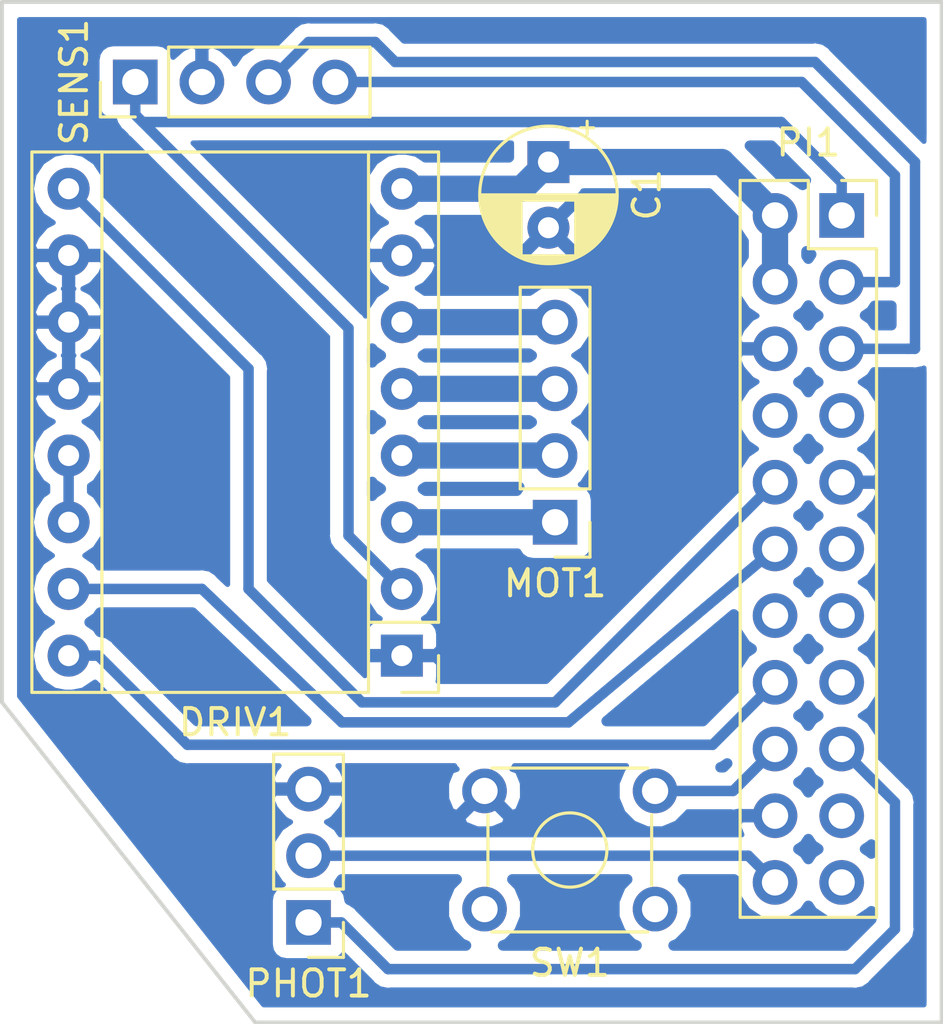
<source format=kicad_pcb>
(kicad_pcb (version 20171130) (host pcbnew 5.0.0)

  (general
    (thickness 1.6)
    (drawings 5)
    (tracks 54)
    (zones 0)
    (modules 7)
    (nets 27)
  )

  (page A4)
  (layers
    (0 F.Cu signal)
    (31 B.Cu signal)
    (32 B.Adhes user)
    (33 F.Adhes user)
    (34 B.Paste user)
    (35 F.Paste user)
    (36 B.SilkS user)
    (37 F.SilkS user)
    (38 B.Mask user)
    (39 F.Mask user)
    (40 Dwgs.User user)
    (41 Cmts.User user)
    (42 Eco1.User user)
    (43 Eco2.User user)
    (44 Edge.Cuts user)
    (45 Margin user)
    (46 B.CrtYd user)
    (47 F.CrtYd user)
    (48 B.Fab user)
    (49 F.Fab user hide)
  )

  (setup
    (last_trace_width 0.25)
    (user_trace_width 0.4)
    (user_trace_width 1)
    (trace_clearance 0.2)
    (zone_clearance 0.5)
    (zone_45_only no)
    (trace_min 0.2)
    (segment_width 0.2)
    (edge_width 0.15)
    (via_size 0.8)
    (via_drill 0.4)
    (via_min_size 0.4)
    (via_min_drill 0.3)
    (uvia_size 0.3)
    (uvia_drill 0.1)
    (uvias_allowed no)
    (uvia_min_size 0.2)
    (uvia_min_drill 0.1)
    (pcb_text_width 0.3)
    (pcb_text_size 1.5 1.5)
    (mod_edge_width 0.15)
    (mod_text_size 1 1)
    (mod_text_width 0.15)
    (pad_size 1.524 1.524)
    (pad_drill 0.762)
    (pad_to_mask_clearance 0.2)
    (aux_axis_origin 0 0)
    (visible_elements 7FFFFFFF)
    (pcbplotparams
      (layerselection 0x00020_7ffffffe)
      (usegerberextensions false)
      (usegerberattributes false)
      (usegerberadvancedattributes false)
      (creategerberjobfile false)
      (excludeedgelayer true)
      (linewidth 0.700000)
      (plotframeref false)
      (viasonmask false)
      (mode 1)
      (useauxorigin false)
      (hpglpennumber 1)
      (hpglpenspeed 20)
      (hpglpendiameter 15.000000)
      (psnegative false)
      (psa4output false)
      (plotreference true)
      (plotvalue true)
      (plotinvisibletext false)
      (padsonsilk false)
      (subtractmaskfromsilk false)
      (outputformat 5)
      (mirror true)
      (drillshape 2)
      (scaleselection 1)
      (outputdirectory "plots/"))
  )

  (net 0 "")
  (net 1 GND)
  (net 2 /~MOT_ENABLE)
  (net 3 /MOT_STEP)
  (net 4 /MOT_DIR)
  (net 5 /SCL)
  (net 6 /SDA)
  (net 7 +5V)
  (net 8 /~BUT)
  (net 9 /~PHOTO_SIG)
  (net 10 /3v3_1)
  (net 11 /3v3_2)
  (net 12 "Net-(SW1-Pad1)")
  (net 13 "Net-(SW1-Pad2)")
  (net 14 "Net-(DRIV1-Pad3)")
  (net 15 "Net-(DRIV1-Pad4)")
  (net 16 "Net-(DRIV1-Pad5)")
  (net 17 "Net-(DRIV1-Pad13)")
  (net 18 "Net-(DRIV1-Pad6)")
  (net 19 "Net-(PI1-Pad7)")
  (net 20 "Net-(PI1-Pad8)")
  (net 21 "Net-(PI1-Pad11)")
  (net 22 "Net-(PI1-Pad13)")
  (net 23 "Net-(PI1-Pad15)")
  (net 24 "Net-(PI1-Pad19)")
  (net 25 "Net-(PI1-Pad21)")
  (net 26 "Net-(PI1-Pad14)")

  (net_class Default "This is the default net class."
    (clearance 0.2)
    (trace_width 0.25)
    (via_dia 0.8)
    (via_drill 0.4)
    (uvia_dia 0.3)
    (uvia_drill 0.1)
    (add_net +5V)
    (add_net /3v3_1)
    (add_net /3v3_2)
    (add_net /MOT_DIR)
    (add_net /MOT_STEP)
    (add_net /SCL)
    (add_net /SDA)
    (add_net /~BUT)
    (add_net /~MOT_ENABLE)
    (add_net /~PHOTO_SIG)
    (add_net GND)
    (add_net "Net-(DRIV1-Pad13)")
    (add_net "Net-(DRIV1-Pad3)")
    (add_net "Net-(DRIV1-Pad4)")
    (add_net "Net-(DRIV1-Pad5)")
    (add_net "Net-(DRIV1-Pad6)")
    (add_net "Net-(PI1-Pad11)")
    (add_net "Net-(PI1-Pad13)")
    (add_net "Net-(PI1-Pad14)")
    (add_net "Net-(PI1-Pad15)")
    (add_net "Net-(PI1-Pad19)")
    (add_net "Net-(PI1-Pad21)")
    (add_net "Net-(PI1-Pad7)")
    (add_net "Net-(PI1-Pad8)")
    (add_net "Net-(SW1-Pad1)")
    (add_net "Net-(SW1-Pad2)")
  )

  (module Connector_PinHeader_2.54mm:PinHeader_1x03_P2.54mm_Vertical (layer F.Cu) (tedit 59FED5CC) (tstamp 5BA8AF9C)
    (at 105.156 123.444 180)
    (descr "Through hole straight pin header, 1x03, 2.54mm pitch, single row")
    (tags "Through hole pin header THT 1x03 2.54mm single row")
    (path /5B6E2F3A)
    (fp_text reference PHOT1 (at 0 -2.33 180) (layer F.SilkS)
      (effects (font (size 1 1) (thickness 0.15)))
    )
    (fp_text value Photo_Interrupter (at 0 7.41 180) (layer F.Fab)
      (effects (font (size 1 1) (thickness 0.15)))
    )
    (fp_line (start -0.635 -1.27) (end 1.27 -1.27) (layer F.Fab) (width 0.1))
    (fp_line (start 1.27 -1.27) (end 1.27 6.35) (layer F.Fab) (width 0.1))
    (fp_line (start 1.27 6.35) (end -1.27 6.35) (layer F.Fab) (width 0.1))
    (fp_line (start -1.27 6.35) (end -1.27 -0.635) (layer F.Fab) (width 0.1))
    (fp_line (start -1.27 -0.635) (end -0.635 -1.27) (layer F.Fab) (width 0.1))
    (fp_line (start -1.33 6.41) (end 1.33 6.41) (layer F.SilkS) (width 0.12))
    (fp_line (start -1.33 1.27) (end -1.33 6.41) (layer F.SilkS) (width 0.12))
    (fp_line (start 1.33 1.27) (end 1.33 6.41) (layer F.SilkS) (width 0.12))
    (fp_line (start -1.33 1.27) (end 1.33 1.27) (layer F.SilkS) (width 0.12))
    (fp_line (start -1.33 0) (end -1.33 -1.33) (layer F.SilkS) (width 0.12))
    (fp_line (start -1.33 -1.33) (end 0 -1.33) (layer F.SilkS) (width 0.12))
    (fp_line (start -1.8 -1.8) (end -1.8 6.85) (layer F.CrtYd) (width 0.05))
    (fp_line (start -1.8 6.85) (end 1.8 6.85) (layer F.CrtYd) (width 0.05))
    (fp_line (start 1.8 6.85) (end 1.8 -1.8) (layer F.CrtYd) (width 0.05))
    (fp_line (start 1.8 -1.8) (end -1.8 -1.8) (layer F.CrtYd) (width 0.05))
    (fp_text user %R (at 0 2.54 270) (layer F.Fab)
      (effects (font (size 1 1) (thickness 0.15)))
    )
    (pad 1 thru_hole rect (at 0 0 180) (size 1.7 1.7) (drill 1) (layers *.Cu *.Mask)
      (net 11 /3v3_2))
    (pad 2 thru_hole oval (at 0 2.54 180) (size 1.7 1.7) (drill 1) (layers *.Cu *.Mask)
      (net 9 /~PHOTO_SIG))
    (pad 3 thru_hole oval (at 0 5.08 180) (size 1.7 1.7) (drill 1) (layers *.Cu *.Mask)
      (net 1 GND))
    (model ${KISYS3DMOD}/Connector_PinHeader_2.54mm.3dshapes/PinHeader_1x03_P2.54mm_Vertical.wrl
      (at (xyz 0 0 0))
      (scale (xyz 1 1 1))
      (rotate (xyz 0 0 0))
    )
  )

  (module Connector_PinHeader_2.54mm:PinHeader_1x04_P2.54mm_Vertical (layer F.Cu) (tedit 59FED5CC) (tstamp 5BA8AF85)
    (at 98.552 91.44 90)
    (descr "Through hole straight pin header, 1x04, 2.54mm pitch, single row")
    (tags "Through hole pin header THT 1x04 2.54mm single row")
    (path /5B7C2700)
    (fp_text reference SENS1 (at 0 -2.33 90) (layer F.SilkS)
      (effects (font (size 1 1) (thickness 0.15)))
    )
    (fp_text value MPU_9250_Breakout (at 0 9.95 90) (layer F.Fab)
      (effects (font (size 1 1) (thickness 0.15)))
    )
    (fp_text user %R (at 0 3.81 180) (layer F.Fab)
      (effects (font (size 1 1) (thickness 0.15)))
    )
    (fp_line (start 1.8 -1.8) (end -1.8 -1.8) (layer F.CrtYd) (width 0.05))
    (fp_line (start 1.8 9.4) (end 1.8 -1.8) (layer F.CrtYd) (width 0.05))
    (fp_line (start -1.8 9.4) (end 1.8 9.4) (layer F.CrtYd) (width 0.05))
    (fp_line (start -1.8 -1.8) (end -1.8 9.4) (layer F.CrtYd) (width 0.05))
    (fp_line (start -1.33 -1.33) (end 0 -1.33) (layer F.SilkS) (width 0.12))
    (fp_line (start -1.33 0) (end -1.33 -1.33) (layer F.SilkS) (width 0.12))
    (fp_line (start -1.33 1.27) (end 1.33 1.27) (layer F.SilkS) (width 0.12))
    (fp_line (start 1.33 1.27) (end 1.33 8.95) (layer F.SilkS) (width 0.12))
    (fp_line (start -1.33 1.27) (end -1.33 8.95) (layer F.SilkS) (width 0.12))
    (fp_line (start -1.33 8.95) (end 1.33 8.95) (layer F.SilkS) (width 0.12))
    (fp_line (start -1.27 -0.635) (end -0.635 -1.27) (layer F.Fab) (width 0.1))
    (fp_line (start -1.27 8.89) (end -1.27 -0.635) (layer F.Fab) (width 0.1))
    (fp_line (start 1.27 8.89) (end -1.27 8.89) (layer F.Fab) (width 0.1))
    (fp_line (start 1.27 -1.27) (end 1.27 8.89) (layer F.Fab) (width 0.1))
    (fp_line (start -0.635 -1.27) (end 1.27 -1.27) (layer F.Fab) (width 0.1))
    (pad 4 thru_hole oval (at 0 7.62 90) (size 1.7 1.7) (drill 1) (layers *.Cu *.Mask)
      (net 6 /SDA))
    (pad 3 thru_hole oval (at 0 5.08 90) (size 1.7 1.7) (drill 1) (layers *.Cu *.Mask)
      (net 5 /SCL))
    (pad 2 thru_hole oval (at 0 2.54 90) (size 1.7 1.7) (drill 1) (layers *.Cu *.Mask)
      (net 1 GND))
    (pad 1 thru_hole rect (at 0 0 90) (size 1.7 1.7) (drill 1) (layers *.Cu *.Mask)
      (net 10 /3v3_1))
    (model ${KISYS3DMOD}/Connector_PinHeader_2.54mm.3dshapes/PinHeader_1x04_P2.54mm_Vertical.wrl
      (at (xyz 0 0 0))
      (scale (xyz 1 1 1))
      (rotate (xyz 0 0 0))
    )
  )

  (module Connector_PinHeader_2.54mm:PinHeader_1x04_P2.54mm_Vertical (layer F.Cu) (tedit 59FED5CC) (tstamp 5BA8AF6D)
    (at 114.554 108.204 180)
    (descr "Through hole straight pin header, 1x04, 2.54mm pitch, single row")
    (tags "Through hole pin header THT 1x04 2.54mm single row")
    (path /5B6E5688)
    (fp_text reference MOT1 (at 0 -2.33 180) (layer F.SilkS)
      (effects (font (size 1 1) (thickness 0.15)))
    )
    (fp_text value Stepper_Header (at 0 9.95 180) (layer F.Fab)
      (effects (font (size 1 1) (thickness 0.15)))
    )
    (fp_line (start -0.635 -1.27) (end 1.27 -1.27) (layer F.Fab) (width 0.1))
    (fp_line (start 1.27 -1.27) (end 1.27 8.89) (layer F.Fab) (width 0.1))
    (fp_line (start 1.27 8.89) (end -1.27 8.89) (layer F.Fab) (width 0.1))
    (fp_line (start -1.27 8.89) (end -1.27 -0.635) (layer F.Fab) (width 0.1))
    (fp_line (start -1.27 -0.635) (end -0.635 -1.27) (layer F.Fab) (width 0.1))
    (fp_line (start -1.33 8.95) (end 1.33 8.95) (layer F.SilkS) (width 0.12))
    (fp_line (start -1.33 1.27) (end -1.33 8.95) (layer F.SilkS) (width 0.12))
    (fp_line (start 1.33 1.27) (end 1.33 8.95) (layer F.SilkS) (width 0.12))
    (fp_line (start -1.33 1.27) (end 1.33 1.27) (layer F.SilkS) (width 0.12))
    (fp_line (start -1.33 0) (end -1.33 -1.33) (layer F.SilkS) (width 0.12))
    (fp_line (start -1.33 -1.33) (end 0 -1.33) (layer F.SilkS) (width 0.12))
    (fp_line (start -1.8 -1.8) (end -1.8 9.4) (layer F.CrtYd) (width 0.05))
    (fp_line (start -1.8 9.4) (end 1.8 9.4) (layer F.CrtYd) (width 0.05))
    (fp_line (start 1.8 9.4) (end 1.8 -1.8) (layer F.CrtYd) (width 0.05))
    (fp_line (start 1.8 -1.8) (end -1.8 -1.8) (layer F.CrtYd) (width 0.05))
    (fp_text user %R (at 0 3.81 270) (layer F.Fab)
      (effects (font (size 1 1) (thickness 0.15)))
    )
    (pad 1 thru_hole rect (at 0 0 180) (size 1.7 1.7) (drill 1) (layers *.Cu *.Mask)
      (net 14 "Net-(DRIV1-Pad3)"))
    (pad 2 thru_hole oval (at 0 2.54 180) (size 1.7 1.7) (drill 1) (layers *.Cu *.Mask)
      (net 15 "Net-(DRIV1-Pad4)"))
    (pad 3 thru_hole oval (at 0 5.08 180) (size 1.7 1.7) (drill 1) (layers *.Cu *.Mask)
      (net 16 "Net-(DRIV1-Pad5)"))
    (pad 4 thru_hole oval (at 0 7.62 180) (size 1.7 1.7) (drill 1) (layers *.Cu *.Mask)
      (net 18 "Net-(DRIV1-Pad6)"))
    (model ${KISYS3DMOD}/Connector_PinHeader_2.54mm.3dshapes/PinHeader_1x04_P2.54mm_Vertical.wrl
      (at (xyz 0 0 0))
      (scale (xyz 1 1 1))
      (rotate (xyz 0 0 0))
    )
  )

  (module Connector_PinSocket_2.54mm:PinSocket_2x11_P2.54mm_Vertical (layer F.Cu) (tedit 5A19A41F) (tstamp 5BA8AF55)
    (at 125.476 96.52)
    (descr "Through hole straight socket strip, 2x11, 2.54mm pitch, double cols (from Kicad 4.0.7), script generated")
    (tags "Through hole socket strip THT 2x11 2.54mm double row")
    (path /5B750971)
    (fp_text reference PI1 (at -1.27 -2.77) (layer F.SilkS)
      (effects (font (size 1 1) (thickness 0.15)))
    )
    (fp_text value PI_PartialHeader (at -1.27 28.17) (layer F.Fab)
      (effects (font (size 1 1) (thickness 0.15)))
    )
    (fp_line (start -3.81 -1.27) (end 0.27 -1.27) (layer F.Fab) (width 0.1))
    (fp_line (start 0.27 -1.27) (end 1.27 -0.27) (layer F.Fab) (width 0.1))
    (fp_line (start 1.27 -0.27) (end 1.27 26.67) (layer F.Fab) (width 0.1))
    (fp_line (start 1.27 26.67) (end -3.81 26.67) (layer F.Fab) (width 0.1))
    (fp_line (start -3.81 26.67) (end -3.81 -1.27) (layer F.Fab) (width 0.1))
    (fp_line (start -3.87 -1.33) (end -1.27 -1.33) (layer F.SilkS) (width 0.12))
    (fp_line (start -3.87 -1.33) (end -3.87 26.73) (layer F.SilkS) (width 0.12))
    (fp_line (start -3.87 26.73) (end 1.33 26.73) (layer F.SilkS) (width 0.12))
    (fp_line (start 1.33 1.27) (end 1.33 26.73) (layer F.SilkS) (width 0.12))
    (fp_line (start -1.27 1.27) (end 1.33 1.27) (layer F.SilkS) (width 0.12))
    (fp_line (start -1.27 -1.33) (end -1.27 1.27) (layer F.SilkS) (width 0.12))
    (fp_line (start 1.33 -1.33) (end 1.33 0) (layer F.SilkS) (width 0.12))
    (fp_line (start 0 -1.33) (end 1.33 -1.33) (layer F.SilkS) (width 0.12))
    (fp_line (start -4.34 -1.8) (end 1.76 -1.8) (layer F.CrtYd) (width 0.05))
    (fp_line (start 1.76 -1.8) (end 1.76 27.15) (layer F.CrtYd) (width 0.05))
    (fp_line (start 1.76 27.15) (end -4.34 27.15) (layer F.CrtYd) (width 0.05))
    (fp_line (start -4.34 27.15) (end -4.34 -1.8) (layer F.CrtYd) (width 0.05))
    (fp_text user %R (at -1.27 12.7 90) (layer F.Fab)
      (effects (font (size 1 1) (thickness 0.15)))
    )
    (pad 1 thru_hole rect (at 0 0) (size 1.7 1.7) (drill 1) (layers *.Cu *.Mask)
      (net 10 /3v3_1))
    (pad 2 thru_hole oval (at -2.54 0) (size 1.7 1.7) (drill 1) (layers *.Cu *.Mask)
      (net 7 +5V))
    (pad 3 thru_hole oval (at 0 2.54) (size 1.7 1.7) (drill 1) (layers *.Cu *.Mask)
      (net 6 /SDA))
    (pad 4 thru_hole oval (at -2.54 2.54) (size 1.7 1.7) (drill 1) (layers *.Cu *.Mask)
      (net 7 +5V))
    (pad 5 thru_hole oval (at 0 5.08) (size 1.7 1.7) (drill 1) (layers *.Cu *.Mask)
      (net 5 /SCL))
    (pad 6 thru_hole oval (at -2.54 5.08) (size 1.7 1.7) (drill 1) (layers *.Cu *.Mask)
      (net 1 GND))
    (pad 7 thru_hole oval (at 0 7.62) (size 1.7 1.7) (drill 1) (layers *.Cu *.Mask)
      (net 19 "Net-(PI1-Pad7)"))
    (pad 8 thru_hole oval (at -2.54 7.62) (size 1.7 1.7) (drill 1) (layers *.Cu *.Mask)
      (net 20 "Net-(PI1-Pad8)"))
    (pad 9 thru_hole oval (at 0 10.16) (size 1.7 1.7) (drill 1) (layers *.Cu *.Mask)
      (net 1 GND))
    (pad 10 thru_hole oval (at -2.54 10.16) (size 1.7 1.7) (drill 1) (layers *.Cu *.Mask)
      (net 2 /~MOT_ENABLE))
    (pad 11 thru_hole oval (at 0 12.7) (size 1.7 1.7) (drill 1) (layers *.Cu *.Mask)
      (net 21 "Net-(PI1-Pad11)"))
    (pad 12 thru_hole oval (at -2.54 12.7) (size 1.7 1.7) (drill 1) (layers *.Cu *.Mask)
      (net 3 /MOT_STEP))
    (pad 13 thru_hole oval (at 0 15.24) (size 1.7 1.7) (drill 1) (layers *.Cu *.Mask)
      (net 22 "Net-(PI1-Pad13)"))
    (pad 14 thru_hole oval (at -2.54 15.24) (size 1.7 1.7) (drill 1) (layers *.Cu *.Mask)
      (net 26 "Net-(PI1-Pad14)"))
    (pad 15 thru_hole oval (at 0 17.78) (size 1.7 1.7) (drill 1) (layers *.Cu *.Mask)
      (net 23 "Net-(PI1-Pad15)"))
    (pad 16 thru_hole oval (at -2.54 17.78) (size 1.7 1.7) (drill 1) (layers *.Cu *.Mask)
      (net 4 /MOT_DIR))
    (pad 17 thru_hole oval (at 0 20.32) (size 1.7 1.7) (drill 1) (layers *.Cu *.Mask)
      (net 11 /3v3_2))
    (pad 18 thru_hole oval (at -2.54 20.32) (size 1.7 1.7) (drill 1) (layers *.Cu *.Mask)
      (net 8 /~BUT))
    (pad 19 thru_hole oval (at 0 22.86) (size 1.7 1.7) (drill 1) (layers *.Cu *.Mask)
      (net 24 "Net-(PI1-Pad19)"))
    (pad 20 thru_hole oval (at -2.54 22.86) (size 1.7 1.7) (drill 1) (layers *.Cu *.Mask)
      (net 1 GND))
    (pad 21 thru_hole oval (at 0 25.4) (size 1.7 1.7) (drill 1) (layers *.Cu *.Mask)
      (net 25 "Net-(PI1-Pad21)"))
    (pad 22 thru_hole oval (at -2.54 25.4) (size 1.7 1.7) (drill 1) (layers *.Cu *.Mask)
      (net 9 /~PHOTO_SIG))
    (model ${KISYS3DMOD}/Connector_PinSocket_2.54mm.3dshapes/PinSocket_2x11_P2.54mm_Vertical.wrl
      (at (xyz 0 0 0))
      (scale (xyz 1 1 1))
      (rotate (xyz 0 0 0))
    )
  )

  (module Module:Pololu_Breakout-16_15.2x20.3mm (layer F.Cu) (tedit 58AB602C) (tstamp 5BA8AF29)
    (at 108.712 113.284 180)
    (descr "Pololu Breakout 16-pin 15.2x20.3mm 0.6x0.8\\")
    (tags "Pololu Breakout")
    (path /5B6DC84E)
    (fp_text reference DRIV1 (at 6.35 -2.54 180) (layer F.SilkS)
      (effects (font (size 1 1) (thickness 0.15)))
    )
    (fp_text value Pololu_Breakout_A4988 (at 6.35 20.17 180) (layer F.Fab)
      (effects (font (size 1 1) (thickness 0.15)))
    )
    (fp_text user %R (at 6.35 0 180) (layer F.Fab)
      (effects (font (size 1 1) (thickness 0.15)))
    )
    (fp_line (start 11.43 -1.4) (end 11.43 19.18) (layer F.SilkS) (width 0.12))
    (fp_line (start 1.27 1.27) (end 1.27 19.18) (layer F.SilkS) (width 0.12))
    (fp_line (start 0 -1.4) (end -1.4 -1.4) (layer F.SilkS) (width 0.12))
    (fp_line (start -1.4 -1.4) (end -1.4 0) (layer F.SilkS) (width 0.12))
    (fp_line (start 1.27 -1.4) (end 1.27 1.27) (layer F.SilkS) (width 0.12))
    (fp_line (start 1.27 1.27) (end -1.4 1.27) (layer F.SilkS) (width 0.12))
    (fp_line (start -1.4 1.27) (end -1.4 19.18) (layer F.SilkS) (width 0.12))
    (fp_line (start -1.4 19.18) (end 14.1 19.18) (layer F.SilkS) (width 0.12))
    (fp_line (start 14.1 19.18) (end 14.1 -1.4) (layer F.SilkS) (width 0.12))
    (fp_line (start 14.1 -1.4) (end 1.27 -1.4) (layer F.SilkS) (width 0.12))
    (fp_line (start -1.27 0) (end 0 -1.27) (layer F.Fab) (width 0.1))
    (fp_line (start 0 -1.27) (end 13.97 -1.27) (layer F.Fab) (width 0.1))
    (fp_line (start 13.97 -1.27) (end 13.97 19.05) (layer F.Fab) (width 0.1))
    (fp_line (start 13.97 19.05) (end -1.27 19.05) (layer F.Fab) (width 0.1))
    (fp_line (start -1.27 19.05) (end -1.27 0) (layer F.Fab) (width 0.1))
    (fp_line (start -1.53 -1.52) (end 14.21 -1.52) (layer F.CrtYd) (width 0.05))
    (fp_line (start -1.53 -1.52) (end -1.53 19.3) (layer F.CrtYd) (width 0.05))
    (fp_line (start 14.21 19.3) (end 14.21 -1.52) (layer F.CrtYd) (width 0.05))
    (fp_line (start 14.21 19.3) (end -1.53 19.3) (layer F.CrtYd) (width 0.05))
    (pad 1 thru_hole rect (at 0 0 180) (size 1.6 1.6) (drill 0.8) (layers *.Cu *.Mask)
      (net 1 GND))
    (pad 9 thru_hole oval (at 12.7 17.78 180) (size 1.6 1.6) (drill 0.8) (layers *.Cu *.Mask)
      (net 2 /~MOT_ENABLE))
    (pad 2 thru_hole oval (at 0 2.54 180) (size 1.6 1.6) (drill 0.8) (layers *.Cu *.Mask)
      (net 10 /3v3_1))
    (pad 10 thru_hole oval (at 12.7 15.24 180) (size 1.6 1.6) (drill 0.8) (layers *.Cu *.Mask)
      (net 1 GND))
    (pad 3 thru_hole oval (at 0 5.08 180) (size 1.6 1.6) (drill 0.8) (layers *.Cu *.Mask)
      (net 14 "Net-(DRIV1-Pad3)"))
    (pad 11 thru_hole oval (at 12.7 12.7 180) (size 1.6 1.6) (drill 0.8) (layers *.Cu *.Mask)
      (net 1 GND))
    (pad 4 thru_hole oval (at 0 7.62 180) (size 1.6 1.6) (drill 0.8) (layers *.Cu *.Mask)
      (net 15 "Net-(DRIV1-Pad4)"))
    (pad 12 thru_hole oval (at 12.7 10.16 180) (size 1.6 1.6) (drill 0.8) (layers *.Cu *.Mask)
      (net 1 GND))
    (pad 5 thru_hole oval (at 0 10.16 180) (size 1.6 1.6) (drill 0.8) (layers *.Cu *.Mask)
      (net 16 "Net-(DRIV1-Pad5)"))
    (pad 13 thru_hole oval (at 12.7 7.62 180) (size 1.6 1.6) (drill 0.8) (layers *.Cu *.Mask)
      (net 17 "Net-(DRIV1-Pad13)"))
    (pad 6 thru_hole oval (at 0 12.7 180) (size 1.6 1.6) (drill 0.8) (layers *.Cu *.Mask)
      (net 18 "Net-(DRIV1-Pad6)"))
    (pad 14 thru_hole oval (at 12.7 5.08 180) (size 1.6 1.6) (drill 0.8) (layers *.Cu *.Mask)
      (net 17 "Net-(DRIV1-Pad13)"))
    (pad 7 thru_hole oval (at 0 15.24 180) (size 1.6 1.6) (drill 0.8) (layers *.Cu *.Mask)
      (net 1 GND))
    (pad 15 thru_hole oval (at 12.7 2.54 180) (size 1.6 1.6) (drill 0.8) (layers *.Cu *.Mask)
      (net 3 /MOT_STEP))
    (pad 8 thru_hole oval (at 0 17.78 180) (size 1.6 1.6) (drill 0.8) (layers *.Cu *.Mask)
      (net 7 +5V))
    (pad 16 thru_hole oval (at 12.7 0 180) (size 1.6 1.6) (drill 0.8) (layers *.Cu *.Mask)
      (net 4 /MOT_DIR))
    (model ${KISYS3DMOD}/Module.3dshapes/Pololu_Breakout-16_15.2x20.3mm.wrl
      (at (xyz 0 0 0))
      (scale (xyz 1 1 1))
      (rotate (xyz 0 0 0))
    )
  )

  (module Button_Switch_THT:SW_TH_Tactile_Omron_B3F-10xx (layer F.Cu) (tedit 5A02FE31) (tstamp 5BA831AA)
    (at 118.364 122.936 180)
    (descr SW_TH_Tactile_Omron_B3F-10xx_https://www.omron.com/ecb/products/pdf/en-b3f.pdf)
    (tags "Omron B3F-10xx")
    (path /5B719724)
    (fp_text reference SW1 (at 3.25 -2.05 180) (layer F.SilkS)
      (effects (font (size 1 1) (thickness 0.15)))
    )
    (fp_text value SW_DPST (at 3.2 6.5 180) (layer F.Fab)
      (effects (font (size 1 1) (thickness 0.15)))
    )
    (fp_line (start 0.25 5.25) (end 6.25 5.25) (layer F.Fab) (width 0.1))
    (fp_line (start 6.37 0.91) (end 6.37 3.59) (layer F.SilkS) (width 0.12))
    (fp_line (start 0.13 3.59) (end 0.13 0.91) (layer F.SilkS) (width 0.12))
    (fp_line (start 0.28 -0.87) (end 6.22 -0.87) (layer F.SilkS) (width 0.12))
    (fp_line (start 0.28 5.37) (end 6.22 5.37) (layer F.SilkS) (width 0.12))
    (fp_circle (center 3.25 2.25) (end 4.25 3.25) (layer F.SilkS) (width 0.12))
    (fp_line (start -1.1 -1.15) (end -1.1 5.6) (layer F.CrtYd) (width 0.05))
    (fp_line (start -1.1 5.6) (end 7.6 5.6) (layer F.CrtYd) (width 0.05))
    (fp_line (start 7.6 5.6) (end 7.6 -1.1) (layer F.CrtYd) (width 0.05))
    (fp_line (start 7.65 -1.15) (end -1.1 -1.15) (layer F.CrtYd) (width 0.05))
    (fp_text user %R (at 3.048 2.032 270) (layer F.Fab)
      (effects (font (size 1 1) (thickness 0.15)))
    )
    (fp_line (start 0.25 -0.75) (end 6.25 -0.75) (layer F.Fab) (width 0.1))
    (fp_line (start 6.25 -0.75) (end 6.25 5.25) (layer F.Fab) (width 0.1))
    (fp_line (start 0.25 -0.75) (end 0.25 5.25) (layer F.Fab) (width 0.1))
    (pad 1 thru_hole circle (at 0 0 180) (size 1.7 1.7) (drill 1) (layers *.Cu *.Mask)
      (net 12 "Net-(SW1-Pad1)"))
    (pad 2 thru_hole circle (at 6.5 0 180) (size 1.7 1.7) (drill 1) (layers *.Cu *.Mask)
      (net 13 "Net-(SW1-Pad2)"))
    (pad 3 thru_hole circle (at 0 4.5 180) (size 1.7 1.7) (drill 1) (layers *.Cu *.Mask)
      (net 8 /~BUT))
    (pad 4 thru_hole circle (at 6.5 4.5 180) (size 1.7 1.7) (drill 1) (layers *.Cu *.Mask)
      (net 1 GND))
    (model ${KISYS3DMOD}/Button_Switch_THT.3dshapes/SW_TH_Tactile_Omron_B3F-10xx.wrl
      (at (xyz 0 0 0))
      (scale (xyz 1 1 1))
      (rotate (xyz 0 0 0))
    )
  )

  (module Capacitor_THT:CP_Radial_D5.0mm_P2.50mm (layer F.Cu) (tedit 5AE50EF0) (tstamp 5B848BC9)
    (at 114.3 94.488 270)
    (descr "CP, Radial series, Radial, pin pitch=2.50mm, , diameter=5mm, Electrolytic Capacitor")
    (tags "CP Radial series Radial pin pitch 2.50mm  diameter 5mm Electrolytic Capacitor")
    (path /5B6E5F10)
    (fp_text reference C1 (at 1.25 -3.75 270) (layer F.SilkS)
      (effects (font (size 1 1) (thickness 0.15)))
    )
    (fp_text value CP1 (at 1.25 3.75 270) (layer F.Fab)
      (effects (font (size 1 1) (thickness 0.15)))
    )
    (fp_text user %R (at 1.25 0 270) (layer F.Fab)
      (effects (font (size 1 1) (thickness 0.15)))
    )
    (fp_line (start -1.304775 -1.725) (end -1.304775 -1.225) (layer F.SilkS) (width 0.12))
    (fp_line (start -1.554775 -1.475) (end -1.054775 -1.475) (layer F.SilkS) (width 0.12))
    (fp_line (start 3.851 -0.284) (end 3.851 0.284) (layer F.SilkS) (width 0.12))
    (fp_line (start 3.811 -0.518) (end 3.811 0.518) (layer F.SilkS) (width 0.12))
    (fp_line (start 3.771 -0.677) (end 3.771 0.677) (layer F.SilkS) (width 0.12))
    (fp_line (start 3.731 -0.805) (end 3.731 0.805) (layer F.SilkS) (width 0.12))
    (fp_line (start 3.691 -0.915) (end 3.691 0.915) (layer F.SilkS) (width 0.12))
    (fp_line (start 3.651 -1.011) (end 3.651 1.011) (layer F.SilkS) (width 0.12))
    (fp_line (start 3.611 -1.098) (end 3.611 1.098) (layer F.SilkS) (width 0.12))
    (fp_line (start 3.571 -1.178) (end 3.571 1.178) (layer F.SilkS) (width 0.12))
    (fp_line (start 3.531 1.04) (end 3.531 1.251) (layer F.SilkS) (width 0.12))
    (fp_line (start 3.531 -1.251) (end 3.531 -1.04) (layer F.SilkS) (width 0.12))
    (fp_line (start 3.491 1.04) (end 3.491 1.319) (layer F.SilkS) (width 0.12))
    (fp_line (start 3.491 -1.319) (end 3.491 -1.04) (layer F.SilkS) (width 0.12))
    (fp_line (start 3.451 1.04) (end 3.451 1.383) (layer F.SilkS) (width 0.12))
    (fp_line (start 3.451 -1.383) (end 3.451 -1.04) (layer F.SilkS) (width 0.12))
    (fp_line (start 3.411 1.04) (end 3.411 1.443) (layer F.SilkS) (width 0.12))
    (fp_line (start 3.411 -1.443) (end 3.411 -1.04) (layer F.SilkS) (width 0.12))
    (fp_line (start 3.371 1.04) (end 3.371 1.5) (layer F.SilkS) (width 0.12))
    (fp_line (start 3.371 -1.5) (end 3.371 -1.04) (layer F.SilkS) (width 0.12))
    (fp_line (start 3.331 1.04) (end 3.331 1.554) (layer F.SilkS) (width 0.12))
    (fp_line (start 3.331 -1.554) (end 3.331 -1.04) (layer F.SilkS) (width 0.12))
    (fp_line (start 3.291 1.04) (end 3.291 1.605) (layer F.SilkS) (width 0.12))
    (fp_line (start 3.291 -1.605) (end 3.291 -1.04) (layer F.SilkS) (width 0.12))
    (fp_line (start 3.251 1.04) (end 3.251 1.653) (layer F.SilkS) (width 0.12))
    (fp_line (start 3.251 -1.653) (end 3.251 -1.04) (layer F.SilkS) (width 0.12))
    (fp_line (start 3.211 1.04) (end 3.211 1.699) (layer F.SilkS) (width 0.12))
    (fp_line (start 3.211 -1.699) (end 3.211 -1.04) (layer F.SilkS) (width 0.12))
    (fp_line (start 3.171 1.04) (end 3.171 1.743) (layer F.SilkS) (width 0.12))
    (fp_line (start 3.171 -1.743) (end 3.171 -1.04) (layer F.SilkS) (width 0.12))
    (fp_line (start 3.131 1.04) (end 3.131 1.785) (layer F.SilkS) (width 0.12))
    (fp_line (start 3.131 -1.785) (end 3.131 -1.04) (layer F.SilkS) (width 0.12))
    (fp_line (start 3.091 1.04) (end 3.091 1.826) (layer F.SilkS) (width 0.12))
    (fp_line (start 3.091 -1.826) (end 3.091 -1.04) (layer F.SilkS) (width 0.12))
    (fp_line (start 3.051 1.04) (end 3.051 1.864) (layer F.SilkS) (width 0.12))
    (fp_line (start 3.051 -1.864) (end 3.051 -1.04) (layer F.SilkS) (width 0.12))
    (fp_line (start 3.011 1.04) (end 3.011 1.901) (layer F.SilkS) (width 0.12))
    (fp_line (start 3.011 -1.901) (end 3.011 -1.04) (layer F.SilkS) (width 0.12))
    (fp_line (start 2.971 1.04) (end 2.971 1.937) (layer F.SilkS) (width 0.12))
    (fp_line (start 2.971 -1.937) (end 2.971 -1.04) (layer F.SilkS) (width 0.12))
    (fp_line (start 2.931 1.04) (end 2.931 1.971) (layer F.SilkS) (width 0.12))
    (fp_line (start 2.931 -1.971) (end 2.931 -1.04) (layer F.SilkS) (width 0.12))
    (fp_line (start 2.891 1.04) (end 2.891 2.004) (layer F.SilkS) (width 0.12))
    (fp_line (start 2.891 -2.004) (end 2.891 -1.04) (layer F.SilkS) (width 0.12))
    (fp_line (start 2.851 1.04) (end 2.851 2.035) (layer F.SilkS) (width 0.12))
    (fp_line (start 2.851 -2.035) (end 2.851 -1.04) (layer F.SilkS) (width 0.12))
    (fp_line (start 2.811 1.04) (end 2.811 2.065) (layer F.SilkS) (width 0.12))
    (fp_line (start 2.811 -2.065) (end 2.811 -1.04) (layer F.SilkS) (width 0.12))
    (fp_line (start 2.771 1.04) (end 2.771 2.095) (layer F.SilkS) (width 0.12))
    (fp_line (start 2.771 -2.095) (end 2.771 -1.04) (layer F.SilkS) (width 0.12))
    (fp_line (start 2.731 1.04) (end 2.731 2.122) (layer F.SilkS) (width 0.12))
    (fp_line (start 2.731 -2.122) (end 2.731 -1.04) (layer F.SilkS) (width 0.12))
    (fp_line (start 2.691 1.04) (end 2.691 2.149) (layer F.SilkS) (width 0.12))
    (fp_line (start 2.691 -2.149) (end 2.691 -1.04) (layer F.SilkS) (width 0.12))
    (fp_line (start 2.651 1.04) (end 2.651 2.175) (layer F.SilkS) (width 0.12))
    (fp_line (start 2.651 -2.175) (end 2.651 -1.04) (layer F.SilkS) (width 0.12))
    (fp_line (start 2.611 1.04) (end 2.611 2.2) (layer F.SilkS) (width 0.12))
    (fp_line (start 2.611 -2.2) (end 2.611 -1.04) (layer F.SilkS) (width 0.12))
    (fp_line (start 2.571 1.04) (end 2.571 2.224) (layer F.SilkS) (width 0.12))
    (fp_line (start 2.571 -2.224) (end 2.571 -1.04) (layer F.SilkS) (width 0.12))
    (fp_line (start 2.531 1.04) (end 2.531 2.247) (layer F.SilkS) (width 0.12))
    (fp_line (start 2.531 -2.247) (end 2.531 -1.04) (layer F.SilkS) (width 0.12))
    (fp_line (start 2.491 1.04) (end 2.491 2.268) (layer F.SilkS) (width 0.12))
    (fp_line (start 2.491 -2.268) (end 2.491 -1.04) (layer F.SilkS) (width 0.12))
    (fp_line (start 2.451 1.04) (end 2.451 2.29) (layer F.SilkS) (width 0.12))
    (fp_line (start 2.451 -2.29) (end 2.451 -1.04) (layer F.SilkS) (width 0.12))
    (fp_line (start 2.411 1.04) (end 2.411 2.31) (layer F.SilkS) (width 0.12))
    (fp_line (start 2.411 -2.31) (end 2.411 -1.04) (layer F.SilkS) (width 0.12))
    (fp_line (start 2.371 1.04) (end 2.371 2.329) (layer F.SilkS) (width 0.12))
    (fp_line (start 2.371 -2.329) (end 2.371 -1.04) (layer F.SilkS) (width 0.12))
    (fp_line (start 2.331 1.04) (end 2.331 2.348) (layer F.SilkS) (width 0.12))
    (fp_line (start 2.331 -2.348) (end 2.331 -1.04) (layer F.SilkS) (width 0.12))
    (fp_line (start 2.291 1.04) (end 2.291 2.365) (layer F.SilkS) (width 0.12))
    (fp_line (start 2.291 -2.365) (end 2.291 -1.04) (layer F.SilkS) (width 0.12))
    (fp_line (start 2.251 1.04) (end 2.251 2.382) (layer F.SilkS) (width 0.12))
    (fp_line (start 2.251 -2.382) (end 2.251 -1.04) (layer F.SilkS) (width 0.12))
    (fp_line (start 2.211 1.04) (end 2.211 2.398) (layer F.SilkS) (width 0.12))
    (fp_line (start 2.211 -2.398) (end 2.211 -1.04) (layer F.SilkS) (width 0.12))
    (fp_line (start 2.171 1.04) (end 2.171 2.414) (layer F.SilkS) (width 0.12))
    (fp_line (start 2.171 -2.414) (end 2.171 -1.04) (layer F.SilkS) (width 0.12))
    (fp_line (start 2.131 1.04) (end 2.131 2.428) (layer F.SilkS) (width 0.12))
    (fp_line (start 2.131 -2.428) (end 2.131 -1.04) (layer F.SilkS) (width 0.12))
    (fp_line (start 2.091 1.04) (end 2.091 2.442) (layer F.SilkS) (width 0.12))
    (fp_line (start 2.091 -2.442) (end 2.091 -1.04) (layer F.SilkS) (width 0.12))
    (fp_line (start 2.051 1.04) (end 2.051 2.455) (layer F.SilkS) (width 0.12))
    (fp_line (start 2.051 -2.455) (end 2.051 -1.04) (layer F.SilkS) (width 0.12))
    (fp_line (start 2.011 1.04) (end 2.011 2.468) (layer F.SilkS) (width 0.12))
    (fp_line (start 2.011 -2.468) (end 2.011 -1.04) (layer F.SilkS) (width 0.12))
    (fp_line (start 1.971 1.04) (end 1.971 2.48) (layer F.SilkS) (width 0.12))
    (fp_line (start 1.971 -2.48) (end 1.971 -1.04) (layer F.SilkS) (width 0.12))
    (fp_line (start 1.93 1.04) (end 1.93 2.491) (layer F.SilkS) (width 0.12))
    (fp_line (start 1.93 -2.491) (end 1.93 -1.04) (layer F.SilkS) (width 0.12))
    (fp_line (start 1.89 1.04) (end 1.89 2.501) (layer F.SilkS) (width 0.12))
    (fp_line (start 1.89 -2.501) (end 1.89 -1.04) (layer F.SilkS) (width 0.12))
    (fp_line (start 1.85 1.04) (end 1.85 2.511) (layer F.SilkS) (width 0.12))
    (fp_line (start 1.85 -2.511) (end 1.85 -1.04) (layer F.SilkS) (width 0.12))
    (fp_line (start 1.81 1.04) (end 1.81 2.52) (layer F.SilkS) (width 0.12))
    (fp_line (start 1.81 -2.52) (end 1.81 -1.04) (layer F.SilkS) (width 0.12))
    (fp_line (start 1.77 1.04) (end 1.77 2.528) (layer F.SilkS) (width 0.12))
    (fp_line (start 1.77 -2.528) (end 1.77 -1.04) (layer F.SilkS) (width 0.12))
    (fp_line (start 1.73 1.04) (end 1.73 2.536) (layer F.SilkS) (width 0.12))
    (fp_line (start 1.73 -2.536) (end 1.73 -1.04) (layer F.SilkS) (width 0.12))
    (fp_line (start 1.69 1.04) (end 1.69 2.543) (layer F.SilkS) (width 0.12))
    (fp_line (start 1.69 -2.543) (end 1.69 -1.04) (layer F.SilkS) (width 0.12))
    (fp_line (start 1.65 1.04) (end 1.65 2.55) (layer F.SilkS) (width 0.12))
    (fp_line (start 1.65 -2.55) (end 1.65 -1.04) (layer F.SilkS) (width 0.12))
    (fp_line (start 1.61 1.04) (end 1.61 2.556) (layer F.SilkS) (width 0.12))
    (fp_line (start 1.61 -2.556) (end 1.61 -1.04) (layer F.SilkS) (width 0.12))
    (fp_line (start 1.57 1.04) (end 1.57 2.561) (layer F.SilkS) (width 0.12))
    (fp_line (start 1.57 -2.561) (end 1.57 -1.04) (layer F.SilkS) (width 0.12))
    (fp_line (start 1.53 1.04) (end 1.53 2.565) (layer F.SilkS) (width 0.12))
    (fp_line (start 1.53 -2.565) (end 1.53 -1.04) (layer F.SilkS) (width 0.12))
    (fp_line (start 1.49 1.04) (end 1.49 2.569) (layer F.SilkS) (width 0.12))
    (fp_line (start 1.49 -2.569) (end 1.49 -1.04) (layer F.SilkS) (width 0.12))
    (fp_line (start 1.45 -2.573) (end 1.45 2.573) (layer F.SilkS) (width 0.12))
    (fp_line (start 1.41 -2.576) (end 1.41 2.576) (layer F.SilkS) (width 0.12))
    (fp_line (start 1.37 -2.578) (end 1.37 2.578) (layer F.SilkS) (width 0.12))
    (fp_line (start 1.33 -2.579) (end 1.33 2.579) (layer F.SilkS) (width 0.12))
    (fp_line (start 1.29 -2.58) (end 1.29 2.58) (layer F.SilkS) (width 0.12))
    (fp_line (start 1.25 -2.58) (end 1.25 2.58) (layer F.SilkS) (width 0.12))
    (fp_line (start -0.633605 -1.3375) (end -0.633605 -0.8375) (layer F.Fab) (width 0.1))
    (fp_line (start -0.883605 -1.0875) (end -0.383605 -1.0875) (layer F.Fab) (width 0.1))
    (fp_circle (center 1.25 0) (end 4 0) (layer F.CrtYd) (width 0.05))
    (fp_circle (center 1.25 0) (end 3.87 0) (layer F.SilkS) (width 0.12))
    (fp_circle (center 1.25 0) (end 3.75 0) (layer F.Fab) (width 0.1))
    (pad 2 thru_hole circle (at 2.5 0 270) (size 1.6 1.6) (drill 0.8) (layers *.Cu *.Mask)
      (net 1 GND))
    (pad 1 thru_hole rect (at 0 0 270) (size 1.6 1.6) (drill 0.8) (layers *.Cu *.Mask)
      (net 7 +5V))
    (model ${KISYS3DMOD}/Capacitor_THT.3dshapes/CP_Radial_D5.0mm_P2.50mm.wrl
      (at (xyz 0 0 0))
      (scale (xyz 1 1 1))
      (rotate (xyz 0 0 0))
    )
  )

  (gr_line (start 129.286 127.254) (end 129.286 88.392) (layer Edge.Cuts) (width 0.15))
  (gr_line (start 103.124 127.254) (end 129.286 127.254) (layer Edge.Cuts) (width 0.15))
  (gr_line (start 93.472 115.062) (end 103.124 127.254) (layer Edge.Cuts) (width 0.15))
  (gr_line (start 93.472 88.392) (end 93.472 115.062) (layer Edge.Cuts) (width 0.15))
  (gr_line (start 129.286 88.392) (end 93.472 88.392) (layer Edge.Cuts) (width 0.15))

  (segment (start 122.086001 115.149999) (end 122.936 114.3) (width 0.4) (layer B.Cu) (net 4))
  (segment (start 120.55799 116.67801) (end 122.086001 115.149999) (width 0.4) (layer B.Cu) (net 4))
  (segment (start 100.53738 116.67801) (end 120.55799 116.67801) (width 0.4) (layer B.Cu) (net 4))
  (segment (start 97.14337 113.284) (end 100.53738 116.67801) (width 0.4) (layer B.Cu) (net 4))
  (segment (start 96.012 113.284) (end 97.14337 113.284) (width 0.4) (layer B.Cu) (net 4))
  (segment (start 115.062 115.824) (end 122.936 109.22) (width 0.4) (layer B.Cu) (net 3))
  (segment (start 106.426 115.824) (end 115.062 115.824) (width 0.4) (layer B.Cu) (net 3))
  (segment (start 96.012 110.744) (end 101.092 110.744) (width 0.4) (layer B.Cu) (net 3))
  (segment (start 101.092 110.744) (end 106.426 115.824) (width 0.4) (layer B.Cu) (net 3))
  (segment (start 114.554 115.062) (end 122.936 106.68) (width 0.4) (layer B.Cu) (net 2))
  (segment (start 107.188 115.062) (end 114.554 115.062) (width 0.4) (layer B.Cu) (net 2))
  (segment (start 102.87 110.744) (end 107.188 115.062) (width 0.4) (layer B.Cu) (net 2))
  (segment (start 96.012 95.504) (end 102.87 102.362) (width 0.4) (layer B.Cu) (net 2))
  (segment (start 102.87 102.362) (end 102.87 110.744) (width 0.4) (layer B.Cu) (net 2))
  (segment (start 105.156 89.916) (end 107.696 89.916) (width 0.4) (layer B.Cu) (net 5))
  (segment (start 107.696 89.916) (end 108.458 90.678) (width 0.4) (layer B.Cu) (net 5))
  (segment (start 103.632 91.44) (end 105.156 89.916) (width 0.4) (layer B.Cu) (net 5))
  (segment (start 108.458 90.678) (end 124.46 90.678) (width 0.4) (layer B.Cu) (net 5))
  (segment (start 128.016 101.6) (end 125.476 101.6) (width 0.4) (layer B.Cu) (net 5))
  (segment (start 128.27 101.6) (end 128.016 101.6) (width 0.4) (layer B.Cu) (net 5))
  (segment (start 124.46 90.678) (end 128.27 94.488) (width 0.4) (layer B.Cu) (net 5))
  (segment (start 128.27 94.488) (end 128.27 101.6) (width 0.4) (layer B.Cu) (net 5))
  (segment (start 127.508 99.06) (end 125.476 99.06) (width 0.4) (layer B.Cu) (net 6))
  (segment (start 127.508 94.996) (end 127.508 99.06) (width 0.4) (layer B.Cu) (net 6))
  (segment (start 106.172 91.44) (end 123.952 91.44) (width 0.4) (layer B.Cu) (net 6))
  (segment (start 123.952 91.44) (end 127.508 94.996) (width 0.4) (layer B.Cu) (net 6))
  (segment (start 113.284 95.504) (end 114.3 94.488) (width 1) (layer B.Cu) (net 7))
  (segment (start 108.712 95.504) (end 113.284 95.504) (width 1) (layer B.Cu) (net 7))
  (segment (start 120.904 94.488) (end 122.936 96.52) (width 1) (layer B.Cu) (net 7))
  (segment (start 114.3 94.488) (end 120.904 94.488) (width 1) (layer B.Cu) (net 7))
  (segment (start 122.936 96.52) (end 122.936 99.06) (width 1) (layer B.Cu) (net 7))
  (segment (start 121.34 118.436) (end 122.936 116.84) (width 0.4) (layer B.Cu) (net 8))
  (segment (start 118.364 118.436) (end 121.34 118.436) (width 0.4) (layer B.Cu) (net 8))
  (segment (start 121.92 120.904) (end 122.936 121.92) (width 0.4) (layer B.Cu) (net 9))
  (segment (start 105.156 120.904) (end 121.92 120.904) (width 0.4) (layer B.Cu) (net 9))
  (segment (start 125.476 95.27) (end 123.17 92.964) (width 0.4) (layer B.Cu) (net 10))
  (segment (start 125.476 96.52) (end 125.476 95.27) (width 0.4) (layer B.Cu) (net 10))
  (segment (start 98.552 92.69) (end 98.552 91.44) (width 0.4) (layer B.Cu) (net 10))
  (segment (start 98.826 92.964) (end 98.552 92.69) (width 0.4) (layer B.Cu) (net 10))
  (segment (start 123.17 92.964) (end 98.826 92.964) (width 0.4) (layer B.Cu) (net 10))
  (segment (start 98.552 92.69) (end 106.68 100.818) (width 0.4) (layer B.Cu) (net 10))
  (segment (start 106.68 108.712) (end 108.712 110.744) (width 0.4) (layer B.Cu) (net 10))
  (segment (start 106.68 100.818) (end 106.68 108.712) (width 0.4) (layer B.Cu) (net 10))
  (segment (start 106.406 123.444) (end 105.156 123.444) (width 0.4) (layer B.Cu) (net 11))
  (segment (start 108.184 125.222) (end 106.406 123.444) (width 0.4) (layer B.Cu) (net 11))
  (segment (start 125.984 125.222) (end 108.184 125.222) (width 0.4) (layer B.Cu) (net 11))
  (segment (start 127.508 123.698) (end 125.984 125.222) (width 0.4) (layer B.Cu) (net 11))
  (segment (start 127.508 118.872) (end 127.508 123.698) (width 0.4) (layer B.Cu) (net 11))
  (segment (start 125.476 116.84) (end 127.508 118.872) (width 0.4) (layer B.Cu) (net 11))
  (segment (start 108.712 108.204) (end 114.3 108.204) (width 1) (layer B.Cu) (net 14))
  (segment (start 108.712 105.664) (end 114.3 105.664) (width 1) (layer B.Cu) (net 15))
  (segment (start 108.712 103.124) (end 114.3 103.124) (width 1) (layer B.Cu) (net 16))
  (segment (start 96.012 105.664) (end 96.012 108.204) (width 0.4) (layer B.Cu) (net 17))
  (segment (start 108.712 100.584) (end 114.3 100.584) (width 1) (layer B.Cu) (net 18))

  (zone (net 1) (net_name GND) (layer B.Cu) (tstamp 5BA8BBD4) (hatch edge 0.508)
    (connect_pads (clearance 0.5))
    (min_thickness 0.2)
    (fill yes (arc_segments 16) (thermal_gap 0.508) (thermal_bridge_width 0.508))
    (polygon
      (pts
        (xy 129.286 88.392) (xy 129.286 127.254) (xy 103.124 127.254) (xy 93.472 115.062) (xy 93.472 88.392)
      )
    )
    (filled_polygon
      (pts
        (xy 128.611001 93.697631) (xy 125.081398 90.168028) (xy 125.036767 90.101233) (xy 124.772144 89.924417) (xy 124.538789 89.878)
        (xy 124.538784 89.878) (xy 124.46 89.862329) (xy 124.381216 89.878) (xy 108.789371 89.878) (xy 108.317398 89.406028)
        (xy 108.272767 89.339233) (xy 108.008144 89.162417) (xy 107.774789 89.116) (xy 107.774784 89.116) (xy 107.696 89.100329)
        (xy 107.617216 89.116) (xy 105.234783 89.116) (xy 105.155999 89.100329) (xy 105.077215 89.116) (xy 105.077211 89.116)
        (xy 104.843856 89.162417) (xy 104.579233 89.339233) (xy 104.534603 89.406026) (xy 103.921459 90.01917) (xy 103.774812 89.99)
        (xy 103.489188 89.99) (xy 103.066238 90.07413) (xy 102.586608 90.394608) (xy 102.347381 90.752637) (xy 102.247741 90.551146)
        (xy 101.819616 90.176523) (xy 101.47091 90.032097) (xy 101.246 90.143111) (xy 101.246 91.286) (xy 101.266 91.286)
        (xy 101.266 91.594) (xy 101.246 91.594) (xy 101.246 91.614) (xy 100.938 91.614) (xy 100.938 91.594)
        (xy 100.918 91.594) (xy 100.918 91.286) (xy 100.938 91.286) (xy 100.938 90.143111) (xy 100.71309 90.032097)
        (xy 100.364384 90.176523) (xy 99.995683 90.499149) (xy 99.967187 90.355892) (xy 99.834575 90.157425) (xy 99.636108 90.024813)
        (xy 99.402 89.978246) (xy 97.702 89.978246) (xy 97.467892 90.024813) (xy 97.269425 90.157425) (xy 97.136813 90.355892)
        (xy 97.090246 90.59) (xy 97.090246 92.29) (xy 97.136813 92.524108) (xy 97.269425 92.722575) (xy 97.467892 92.855187)
        (xy 97.702 92.901754) (xy 97.778448 92.901754) (xy 97.798417 93.002143) (xy 97.975233 93.266767) (xy 98.042028 93.311398)
        (xy 98.204602 93.473972) (xy 98.249233 93.540767) (xy 98.316028 93.585398) (xy 105.88 101.149371) (xy 105.880001 108.633211)
        (xy 105.864329 108.712) (xy 105.926418 109.024144) (xy 106.058603 109.221973) (xy 106.058605 109.221975) (xy 106.103234 109.288767)
        (xy 106.170026 109.333396) (xy 107.333692 110.497062) (xy 107.284573 110.744) (xy 107.393229 111.290253) (xy 107.702657 111.753343)
        (xy 107.886225 111.876) (xy 107.791061 111.876) (xy 107.567595 111.968563) (xy 107.396562 112.139596) (xy 107.304 112.363062)
        (xy 107.304 112.978) (xy 107.456 113.13) (xy 108.558 113.13) (xy 108.558 113.11) (xy 108.866 113.11)
        (xy 108.866 113.13) (xy 109.968 113.13) (xy 110.12 112.978) (xy 110.12 112.363062) (xy 110.027438 112.139596)
        (xy 109.856405 111.968563) (xy 109.632939 111.876) (xy 109.537775 111.876) (xy 109.721343 111.753343) (xy 110.030771 111.290253)
        (xy 110.139427 110.744) (xy 110.030771 110.197747) (xy 109.721343 109.734657) (xy 109.331244 109.474) (xy 109.585666 109.304)
        (xy 113.149432 109.304) (xy 113.271425 109.486575) (xy 113.469892 109.619187) (xy 113.704 109.665754) (xy 115.404 109.665754)
        (xy 115.638108 109.619187) (xy 115.836575 109.486575) (xy 115.969187 109.288108) (xy 116.015754 109.054) (xy 116.015754 107.354)
        (xy 115.969187 107.119892) (xy 115.836575 106.921425) (xy 115.638108 106.788813) (xy 115.516679 106.764659) (xy 115.599392 106.709392)
        (xy 115.91987 106.229762) (xy 116.032407 105.664) (xy 115.91987 105.098238) (xy 115.599392 104.618608) (xy 115.263242 104.394)
        (xy 115.599392 104.169392) (xy 115.91987 103.689762) (xy 116.032407 103.124) (xy 115.91987 102.558238) (xy 115.599392 102.078608)
        (xy 115.263242 101.854) (xy 115.599392 101.629392) (xy 115.91987 101.149762) (xy 116.032407 100.584) (xy 115.91987 100.018238)
        (xy 115.599392 99.538608) (xy 115.119762 99.21813) (xy 114.696812 99.134) (xy 114.411188 99.134) (xy 113.988238 99.21813)
        (xy 113.590335 99.484) (xy 109.585666 99.484) (xy 109.300695 99.293588) (xy 109.574577 99.156861) (xy 109.934791 98.742056)
        (xy 110.070231 98.415042) (xy 109.958523 98.198) (xy 108.866 98.198) (xy 108.866 98.218) (xy 108.558 98.218)
        (xy 108.558 98.198) (xy 107.465477 98.198) (xy 107.353769 98.415042) (xy 107.489209 98.742056) (xy 107.849423 99.156861)
        (xy 108.123305 99.293588) (xy 107.702657 99.574657) (xy 107.393229 100.037747) (xy 107.330734 100.351932) (xy 107.256767 100.241233)
        (xy 107.189975 100.196604) (xy 104.99134 97.997969) (xy 113.50782 97.997969) (xy 113.585643 98.233229) (xy 114.116548 98.411815)
        (xy 114.675382 98.373637) (xy 115.014357 98.233229) (xy 115.09218 97.997969) (xy 114.3 97.205789) (xy 113.50782 97.997969)
        (xy 104.99134 97.997969) (xy 100.75737 93.764) (xy 112.888246 93.764) (xy 112.888246 94.34412) (xy 112.828366 94.404)
        (xy 109.585666 94.404) (xy 109.258253 94.185229) (xy 108.849885 94.104) (xy 108.574115 94.104) (xy 108.165747 94.185229)
        (xy 107.702657 94.494657) (xy 107.393229 94.957747) (xy 107.284573 95.504) (xy 107.393229 96.050253) (xy 107.702657 96.513343)
        (xy 108.123305 96.794412) (xy 107.849423 96.931139) (xy 107.489209 97.345944) (xy 107.353769 97.672958) (xy 107.465477 97.89)
        (xy 108.558 97.89) (xy 108.558 97.87) (xy 108.866 97.87) (xy 108.866 97.89) (xy 109.958523 97.89)
        (xy 110.070231 97.672958) (xy 109.934791 97.345944) (xy 109.574577 96.931139) (xy 109.300695 96.794412) (xy 109.585666 96.604)
        (xy 112.943645 96.604) (xy 112.876185 96.804548) (xy 112.914363 97.363382) (xy 113.054771 97.702357) (xy 113.290031 97.78018)
        (xy 114.082211 96.988) (xy 114.517789 96.988) (xy 115.309969 97.78018) (xy 115.545229 97.702357) (xy 115.723815 97.171452)
        (xy 115.685637 96.612618) (xy 115.545229 96.273643) (xy 115.309969 96.19582) (xy 114.517789 96.988) (xy 114.082211 96.988)
        (xy 114.068069 96.973858) (xy 114.285858 96.756069) (xy 114.3 96.770211) (xy 115.09218 95.978031) (xy 115.066286 95.899754)
        (xy 115.1 95.899754) (xy 115.334108 95.853187) (xy 115.532575 95.720575) (xy 115.621159 95.588) (xy 120.448366 95.588)
        (xy 121.476769 96.616403) (xy 121.57013 97.085762) (xy 121.836 97.483666) (xy 121.836001 98.096334) (xy 121.57013 98.494238)
        (xy 121.457593 99.06) (xy 121.57013 99.625762) (xy 121.890608 100.105392) (xy 122.248637 100.344619) (xy 122.047146 100.444259)
        (xy 121.672523 100.872384) (xy 121.528097 101.22109) (xy 121.639111 101.446) (xy 122.782 101.446) (xy 122.782 101.426)
        (xy 123.09 101.426) (xy 123.09 101.446) (xy 123.11 101.446) (xy 123.11 101.754) (xy 123.09 101.754)
        (xy 123.09 101.774) (xy 122.782 101.774) (xy 122.782 101.754) (xy 121.639111 101.754) (xy 121.528097 101.97891)
        (xy 121.672523 102.327616) (xy 122.047146 102.755741) (xy 122.248637 102.855381) (xy 121.890608 103.094608) (xy 121.57013 103.574238)
        (xy 121.457593 104.14) (xy 121.57013 104.705762) (xy 121.890608 105.185392) (xy 122.226758 105.41) (xy 121.890608 105.634608)
        (xy 121.57013 106.114238) (xy 121.457593 106.68) (xy 121.51517 106.969459) (xy 114.22263 114.262) (xy 110.096364 114.262)
        (xy 110.12 114.204938) (xy 110.12 113.59) (xy 109.968 113.438) (xy 108.866 113.438) (xy 108.866 113.458)
        (xy 108.558 113.458) (xy 108.558 113.438) (xy 107.456 113.438) (xy 107.304 113.59) (xy 107.304 114.046629)
        (xy 103.67 110.41263) (xy 103.67 102.440785) (xy 103.685671 102.362) (xy 103.67 102.283215) (xy 103.67 102.283211)
        (xy 103.623583 102.049856) (xy 103.623583 102.049855) (xy 103.531566 101.912144) (xy 103.446767 101.785233) (xy 103.379972 101.740602)
        (xy 97.390308 95.750938) (xy 97.439427 95.504) (xy 97.330771 94.957747) (xy 97.021343 94.494657) (xy 96.558253 94.185229)
        (xy 96.149885 94.104) (xy 95.874115 94.104) (xy 95.465747 94.185229) (xy 95.002657 94.494657) (xy 94.693229 94.957747)
        (xy 94.584573 95.504) (xy 94.693229 96.050253) (xy 95.002657 96.513343) (xy 95.423305 96.794412) (xy 95.149423 96.931139)
        (xy 94.789209 97.345944) (xy 94.653769 97.672958) (xy 94.765477 97.89) (xy 95.858 97.89) (xy 95.858 97.87)
        (xy 96.166 97.87) (xy 96.166 97.89) (xy 97.258523 97.89) (xy 97.261278 97.884648) (xy 102.07 102.69337)
        (xy 102.070001 110.570668) (xy 101.70792 110.225829) (xy 101.668767 110.167233) (xy 101.593793 110.117137) (xy 101.58667 110.110353)
        (xy 101.528358 110.073414) (xy 101.404144 109.990417) (xy 101.394221 109.988443) (xy 101.385677 109.983031) (xy 101.238531 109.957475)
        (xy 101.170789 109.944) (xy 101.160948 109.944) (xy 101.072112 109.928571) (xy 101.003353 109.944) (xy 97.161222 109.944)
        (xy 97.021343 109.734657) (xy 96.631244 109.474) (xy 97.021343 109.213343) (xy 97.330771 108.750253) (xy 97.439427 108.204)
        (xy 97.330771 107.657747) (xy 97.021343 107.194657) (xy 96.812 107.054778) (xy 96.812 106.813222) (xy 97.021343 106.673343)
        (xy 97.330771 106.210253) (xy 97.439427 105.664) (xy 97.330771 105.117747) (xy 97.021343 104.654657) (xy 96.600695 104.373588)
        (xy 96.874577 104.236861) (xy 97.234791 103.822056) (xy 97.370231 103.495042) (xy 97.258523 103.278) (xy 96.166 103.278)
        (xy 96.166 103.298) (xy 95.858 103.298) (xy 95.858 103.278) (xy 94.765477 103.278) (xy 94.653769 103.495042)
        (xy 94.789209 103.822056) (xy 95.149423 104.236861) (xy 95.423305 104.373588) (xy 95.002657 104.654657) (xy 94.693229 105.117747)
        (xy 94.584573 105.664) (xy 94.693229 106.210253) (xy 95.002657 106.673343) (xy 95.212 106.813222) (xy 95.212001 107.054778)
        (xy 95.002657 107.194657) (xy 94.693229 107.657747) (xy 94.584573 108.204) (xy 94.693229 108.750253) (xy 95.002657 109.213343)
        (xy 95.392756 109.474) (xy 95.002657 109.734657) (xy 94.693229 110.197747) (xy 94.584573 110.744) (xy 94.693229 111.290253)
        (xy 95.002657 111.753343) (xy 95.392756 112.014) (xy 95.002657 112.274657) (xy 94.693229 112.737747) (xy 94.584573 113.284)
        (xy 94.693229 113.830253) (xy 95.002657 114.293343) (xy 95.465747 114.602771) (xy 95.874115 114.684) (xy 96.149885 114.684)
        (xy 96.558253 114.602771) (xy 97.021343 114.293343) (xy 99.915984 117.187985) (xy 99.960613 117.254777) (xy 100.225236 117.431593)
        (xy 100.458591 117.47801) (xy 100.458596 117.47801) (xy 100.53738 117.493681) (xy 100.616164 117.47801) (xy 104.031105 117.47801)
        (xy 103.892523 117.636384) (xy 103.748097 117.98509) (xy 103.859111 118.21) (xy 105.002 118.21) (xy 105.002 118.19)
        (xy 105.31 118.19) (xy 105.31 118.21) (xy 106.452889 118.21) (xy 106.563903 117.98509) (xy 106.419477 117.636384)
        (xy 106.280895 117.47801) (xy 110.722442 117.47801) (xy 110.70533 117.495122) (xy 110.817728 117.60752) (xy 110.577296 117.69151)
        (xy 110.390337 118.240581) (xy 110.42773 118.819402) (xy 110.577296 119.18049) (xy 110.81773 119.264481) (xy 111.646211 118.436)
        (xy 111.632069 118.421858) (xy 111.849858 118.204069) (xy 111.864 118.218211) (xy 111.878142 118.204069) (xy 112.095931 118.421858)
        (xy 112.081789 118.436) (xy 112.91027 119.264481) (xy 113.150704 119.18049) (xy 113.337663 118.631419) (xy 113.30027 118.052598)
        (xy 113.150704 117.69151) (xy 112.910272 117.60752) (xy 113.02267 117.495122) (xy 113.005558 117.47801) (xy 117.271381 117.47801)
        (xy 117.13475 117.614641) (xy 116.914 118.147577) (xy 116.914 118.724423) (xy 117.13475 119.257359) (xy 117.542641 119.66525)
        (xy 118.075577 119.886) (xy 118.652423 119.886) (xy 119.185359 119.66525) (xy 119.59325 119.257359) (xy 119.602097 119.236)
        (xy 121.261216 119.236) (xy 121.34 119.251671) (xy 121.418784 119.236) (xy 121.418789 119.236) (xy 121.623908 119.195199)
        (xy 121.639111 119.226) (xy 122.782 119.226) (xy 122.782 119.206) (xy 123.09 119.206) (xy 123.09 119.226)
        (xy 123.11 119.226) (xy 123.11 119.534) (xy 123.09 119.534) (xy 123.09 119.554) (xy 122.782 119.554)
        (xy 122.782 119.534) (xy 121.639111 119.534) (xy 121.528097 119.75891) (xy 121.671025 120.104) (xy 106.365357 120.104)
        (xy 106.201392 119.858608) (xy 105.843363 119.619381) (xy 106.044854 119.519741) (xy 106.077642 119.48227) (xy 111.035519 119.48227)
        (xy 111.11951 119.722704) (xy 111.668581 119.909663) (xy 112.247402 119.87227) (xy 112.60849 119.722704) (xy 112.692481 119.48227)
        (xy 111.864 118.653789) (xy 111.035519 119.48227) (xy 106.077642 119.48227) (xy 106.419477 119.091616) (xy 106.563903 118.74291)
        (xy 106.452889 118.518) (xy 105.31 118.518) (xy 105.31 118.538) (xy 105.002 118.538) (xy 105.002 118.518)
        (xy 103.859111 118.518) (xy 103.748097 118.74291) (xy 103.892523 119.091616) (xy 104.267146 119.519741) (xy 104.468637 119.619381)
        (xy 104.110608 119.858608) (xy 103.79013 120.338238) (xy 103.677593 120.904) (xy 103.79013 121.469762) (xy 104.110608 121.949392)
        (xy 104.193321 122.004659) (xy 104.071892 122.028813) (xy 103.873425 122.161425) (xy 103.740813 122.359892) (xy 103.694246 122.594)
        (xy 103.694246 124.294) (xy 103.740813 124.528108) (xy 103.873425 124.726575) (xy 104.071892 124.859187) (xy 104.306 124.905754)
        (xy 106.006 124.905754) (xy 106.240108 124.859187) (xy 106.438575 124.726575) (xy 106.486092 124.655462) (xy 107.562602 125.731972)
        (xy 107.607233 125.798767) (xy 107.871856 125.975583) (xy 108.105211 126.022) (xy 108.105216 126.022) (xy 108.184 126.037671)
        (xy 108.262784 126.022) (xy 125.905216 126.022) (xy 125.984 126.037671) (xy 126.062784 126.022) (xy 126.062789 126.022)
        (xy 126.296144 125.975583) (xy 126.560767 125.798767) (xy 126.605398 125.731972) (xy 128.017974 124.319397) (xy 128.084767 124.274767)
        (xy 128.261583 124.010144) (xy 128.308 123.776789) (xy 128.308 123.776785) (xy 128.323671 123.698001) (xy 128.308 123.619217)
        (xy 128.308 118.950784) (xy 128.323671 118.872) (xy 128.308 118.793216) (xy 128.308 118.793211) (xy 128.261583 118.559856)
        (xy 128.084767 118.295233) (xy 128.017975 118.250604) (xy 126.89683 117.12946) (xy 126.954407 116.84) (xy 126.84187 116.274238)
        (xy 126.521392 115.794608) (xy 126.185242 115.57) (xy 126.521392 115.345392) (xy 126.84187 114.865762) (xy 126.954407 114.3)
        (xy 126.84187 113.734238) (xy 126.521392 113.254608) (xy 126.185242 113.03) (xy 126.521392 112.805392) (xy 126.84187 112.325762)
        (xy 126.954407 111.76) (xy 126.84187 111.194238) (xy 126.521392 110.714608) (xy 126.185242 110.49) (xy 126.521392 110.265392)
        (xy 126.84187 109.785762) (xy 126.954407 109.22) (xy 126.84187 108.654238) (xy 126.521392 108.174608) (xy 126.163363 107.935381)
        (xy 126.364854 107.835741) (xy 126.739477 107.407616) (xy 126.883903 107.05891) (xy 126.772889 106.834) (xy 125.63 106.834)
        (xy 125.63 106.854) (xy 125.322 106.854) (xy 125.322 106.834) (xy 125.302 106.834) (xy 125.302 106.526)
        (xy 125.322 106.526) (xy 125.322 106.506) (xy 125.63 106.506) (xy 125.63 106.526) (xy 126.772889 106.526)
        (xy 126.883903 106.30109) (xy 126.739477 105.952384) (xy 126.364854 105.524259) (xy 126.163363 105.424619) (xy 126.521392 105.185392)
        (xy 126.84187 104.705762) (xy 126.954407 104.14) (xy 126.84187 103.574238) (xy 126.521392 103.094608) (xy 126.185242 102.87)
        (xy 126.521392 102.645392) (xy 126.685357 102.4) (xy 128.191211 102.4) (xy 128.27 102.415672) (xy 128.582144 102.353583)
        (xy 128.611001 102.334302) (xy 128.611 126.579) (xy 103.450544 126.579) (xy 94.147 114.827157) (xy 94.147 100.955042)
        (xy 94.653769 100.955042) (xy 94.789209 101.282056) (xy 95.149423 101.696861) (xy 95.464193 101.854) (xy 95.149423 102.011139)
        (xy 94.789209 102.425944) (xy 94.653769 102.752958) (xy 94.765477 102.97) (xy 95.858 102.97) (xy 95.858 101.876435)
        (xy 95.814004 101.854) (xy 95.858 101.831565) (xy 95.858 100.738) (xy 96.166 100.738) (xy 96.166 101.831565)
        (xy 96.209996 101.854) (xy 96.166 101.876435) (xy 96.166 102.97) (xy 97.258523 102.97) (xy 97.370231 102.752958)
        (xy 97.234791 102.425944) (xy 96.874577 102.011139) (xy 96.559807 101.854) (xy 96.874577 101.696861) (xy 97.234791 101.282056)
        (xy 97.370231 100.955042) (xy 97.258523 100.738) (xy 96.166 100.738) (xy 95.858 100.738) (xy 94.765477 100.738)
        (xy 94.653769 100.955042) (xy 94.147 100.955042) (xy 94.147 98.415042) (xy 94.653769 98.415042) (xy 94.789209 98.742056)
        (xy 95.149423 99.156861) (xy 95.464193 99.314) (xy 95.149423 99.471139) (xy 94.789209 99.885944) (xy 94.653769 100.212958)
        (xy 94.765477 100.43) (xy 95.858 100.43) (xy 95.858 99.336435) (xy 95.814004 99.314) (xy 95.858 99.291565)
        (xy 95.858 98.198) (xy 96.166 98.198) (xy 96.166 99.291565) (xy 96.209996 99.314) (xy 96.166 99.336435)
        (xy 96.166 100.43) (xy 97.258523 100.43) (xy 97.370231 100.212958) (xy 97.234791 99.885944) (xy 96.874577 99.471139)
        (xy 96.559807 99.314) (xy 96.874577 99.156861) (xy 97.234791 98.742056) (xy 97.370231 98.415042) (xy 97.258523 98.198)
        (xy 96.166 98.198) (xy 95.858 98.198) (xy 94.765477 98.198) (xy 94.653769 98.415042) (xy 94.147 98.415042)
        (xy 94.147 89.067) (xy 128.611001 89.067)
      )
    )
  )
  (zone (net 0) (net_name "") (layer B.Cu) (tstamp 5BA8BBD1) (hatch edge 0.508)
    (connect_pads (clearance 0.5))
    (min_thickness 0.4)
    (fill yes (arc_segments 16) (thermal_gap 0.508) (thermal_bridge_width 0.508))
    (polygon
      (pts
        (xy 93.472 88.392) (xy 129.286 88.392) (xy 129.286 127.254) (xy 103.124 127.254) (xy 93.472 115.062)
      )
    )
    (filled_polygon
      (pts
        (xy 104.507136 89.267136) (xy 104.456925 89.342282) (xy 103.888544 89.910664) (xy 103.78466 89.89) (xy 103.47934 89.89)
        (xy 103.02722 89.979932) (xy 102.514512 90.322512) (xy 102.362 90.550763) (xy 102.209488 90.322512) (xy 101.69678 89.979932)
        (xy 101.24466 89.89) (xy 100.93934 89.89) (xy 100.48722 89.979932) (xy 100.037175 90.280642) (xy 99.906671 90.085329)
        (xy 99.675126 89.930615) (xy 99.402 89.876287) (xy 97.702 89.876287) (xy 97.428874 89.930615) (xy 97.197329 90.085329)
        (xy 97.042615 90.316874) (xy 96.988287 90.59) (xy 96.988287 92.29) (xy 97.042615 92.563126) (xy 97.197329 92.794671)
        (xy 97.428874 92.949385) (xy 97.696554 93.00263) (xy 97.704219 93.041162) (xy 97.903136 93.338864) (xy 97.978287 93.389079)
        (xy 98.126922 93.537713) (xy 98.177136 93.612864) (xy 98.252287 93.663078) (xy 105.78 101.190792) (xy 105.780001 108.623354)
        (xy 105.762368 108.712) (xy 105.832219 109.063161) (xy 105.83222 109.063162) (xy 105.83222 109.063163) (xy 106.031137 109.360864)
        (xy 106.106285 109.411076) (xy 107.225186 110.529977) (xy 107.182614 110.744) (xy 107.299032 111.329271) (xy 107.630561 111.825439)
        (xy 107.634101 111.827804) (xy 107.407329 111.979329) (xy 107.252615 112.210874) (xy 107.198287 112.484) (xy 107.198287 113.799495)
        (xy 103.77 110.371209) (xy 103.77 102.450641) (xy 103.787632 102.362) (xy 103.717781 102.010838) (xy 103.717781 102.010837)
        (xy 103.518864 101.713136) (xy 103.443716 101.662924) (xy 97.498814 95.718023) (xy 97.541386 95.504) (xy 97.424968 94.918729)
        (xy 97.093439 94.422561) (xy 96.597271 94.091032) (xy 96.159733 94.004) (xy 95.864267 94.004) (xy 95.426729 94.091032)
        (xy 94.930561 94.422561) (xy 94.599032 94.918729) (xy 94.482614 95.504) (xy 94.599032 96.089271) (xy 94.930561 96.585439)
        (xy 95.212762 96.774) (xy 94.930561 96.962561) (xy 94.599032 97.458729) (xy 94.482614 98.044) (xy 94.599032 98.629271)
        (xy 94.930561 99.125439) (xy 95.212762 99.314) (xy 94.930561 99.502561) (xy 94.599032 99.998729) (xy 94.482614 100.584)
        (xy 94.599032 101.169271) (xy 94.930561 101.665439) (xy 95.212762 101.854) (xy 94.930561 102.042561) (xy 94.599032 102.538729)
        (xy 94.482614 103.124) (xy 94.599032 103.709271) (xy 94.930561 104.205439) (xy 95.212762 104.394) (xy 94.930561 104.582561)
        (xy 94.599032 105.078729) (xy 94.482614 105.664) (xy 94.599032 106.249271) (xy 94.930561 106.745439) (xy 95.112 106.866673)
        (xy 95.112001 107.001327) (xy 94.930561 107.122561) (xy 94.599032 107.618729) (xy 94.482614 108.204) (xy 94.599032 108.789271)
        (xy 94.930561 109.285439) (xy 95.212762 109.474) (xy 94.930561 109.662561) (xy 94.599032 110.158729) (xy 94.482614 110.744)
        (xy 94.599032 111.329271) (xy 94.930561 111.825439) (xy 95.212762 112.014) (xy 94.930561 112.202561) (xy 94.599032 112.698729)
        (xy 94.482614 113.284) (xy 94.599032 113.869271) (xy 94.930561 114.365439) (xy 95.426729 114.696968) (xy 95.864267 114.784)
        (xy 96.159733 114.784) (xy 96.597271 114.696968) (xy 97.008663 114.422084) (xy 99.838303 117.251725) (xy 99.888516 117.326874)
        (xy 100.186217 117.525791) (xy 100.448738 117.57801) (xy 100.448739 117.57801) (xy 100.53738 117.595642) (xy 100.626021 117.57801)
        (xy 103.817012 117.57801) (xy 103.695932 117.75922) (xy 103.575634 118.364) (xy 103.695932 118.96878) (xy 104.038512 119.481488)
        (xy 104.266763 119.634) (xy 104.038512 119.786512) (xy 103.695932 120.29922) (xy 103.575634 120.904) (xy 103.695932 121.50878)
        (xy 103.996642 121.958825) (xy 103.801329 122.089329) (xy 103.646615 122.320874) (xy 103.592287 122.594) (xy 103.592287 124.294)
        (xy 103.646615 124.567126) (xy 103.801329 124.798671) (xy 104.032874 124.953385) (xy 104.306 125.007713) (xy 106.006 125.007713)
        (xy 106.279126 124.953385) (xy 106.497009 124.8078) (xy 107.484923 125.795715) (xy 107.535136 125.870864) (xy 107.832837 126.069781)
        (xy 108.095358 126.122) (xy 108.095359 126.122) (xy 108.184 126.139632) (xy 108.272641 126.122) (xy 125.895359 126.122)
        (xy 125.984 126.139632) (xy 126.072641 126.122) (xy 126.072642 126.122) (xy 126.335163 126.069781) (xy 126.632864 125.870864)
        (xy 126.683078 125.795713) (xy 128.081718 124.397075) (xy 128.156864 124.346864) (xy 128.355781 124.049163) (xy 128.408 123.786642)
        (xy 128.408 123.786639) (xy 128.425631 123.698001) (xy 128.408 123.609363) (xy 128.408 118.960641) (xy 128.425632 118.872)
        (xy 128.406381 118.77522) (xy 128.355781 118.520837) (xy 128.156864 118.223136) (xy 128.081716 118.172924) (xy 127.005336 117.096545)
        (xy 127.056366 116.84) (xy 126.936068 116.23522) (xy 126.593488 115.722512) (xy 126.365237 115.57) (xy 126.593488 115.417488)
        (xy 126.936068 114.90478) (xy 127.056366 114.3) (xy 126.936068 113.69522) (xy 126.593488 113.182512) (xy 126.365237 113.03)
        (xy 126.593488 112.877488) (xy 126.936068 112.36478) (xy 127.056366 111.76) (xy 126.936068 111.15522) (xy 126.593488 110.642512)
        (xy 126.365237 110.49) (xy 126.593488 110.337488) (xy 126.936068 109.82478) (xy 127.056366 109.22) (xy 126.936068 108.61522)
        (xy 126.593488 108.102512) (xy 126.365237 107.95) (xy 126.593488 107.797488) (xy 126.936068 107.28478) (xy 127.056366 106.68)
        (xy 126.936068 106.07522) (xy 126.593488 105.562512) (xy 126.365237 105.41) (xy 126.593488 105.257488) (xy 126.936068 104.74478)
        (xy 127.056366 104.14) (xy 126.936068 103.53522) (xy 126.593488 103.022512) (xy 126.365237 102.87) (xy 126.593488 102.717488)
        (xy 126.738809 102.5) (xy 128.181359 102.5) (xy 128.27 102.517632) (xy 128.511001 102.469694) (xy 128.511 126.479)
        (xy 103.498921 126.479) (xy 94.247 114.792364) (xy 94.247 89.167) (xy 104.657 89.167)
      )
    )
    (filled_polygon
      (pts
        (xy 110.549974 122.057996) (xy 110.314 122.627686) (xy 110.314 123.244314) (xy 110.549974 123.814004) (xy 110.985996 124.250026)
        (xy 111.159756 124.322) (xy 108.556792 124.322) (xy 107.105078 122.870287) (xy 107.054864 122.795136) (xy 106.757163 122.596219)
        (xy 106.71863 122.588554) (xy 106.665385 122.320874) (xy 106.510671 122.089329) (xy 106.315358 121.958825) (xy 106.418809 121.804)
        (xy 110.80397 121.804)
      )
    )
    (filled_polygon
      (pts
        (xy 121.355634 121.92) (xy 121.475932 122.52478) (xy 121.818512 123.037488) (xy 122.33122 123.380068) (xy 122.78334 123.47)
        (xy 123.08866 123.47) (xy 123.54078 123.380068) (xy 124.053488 123.037488) (xy 124.206 122.809237) (xy 124.358512 123.037488)
        (xy 124.87122 123.380068) (xy 125.32334 123.47) (xy 125.62866 123.47) (xy 126.08078 123.380068) (xy 126.593488 123.037488)
        (xy 126.608001 123.015768) (xy 126.608001 123.325206) (xy 125.611209 124.322) (xy 119.068244 124.322) (xy 119.242004 124.250026)
        (xy 119.678026 123.814004) (xy 119.914 123.244314) (xy 119.914 122.627686) (xy 119.678026 122.057996) (xy 119.42403 121.804)
        (xy 121.378708 121.804)
      )
    )
    (filled_polygon
      (pts
        (xy 117.049974 122.057996) (xy 116.814 122.627686) (xy 116.814 123.244314) (xy 117.049974 123.814004) (xy 117.485996 124.250026)
        (xy 117.659756 124.322) (xy 112.568244 124.322) (xy 112.742004 124.250026) (xy 113.178026 123.814004) (xy 113.414 123.244314)
        (xy 113.414 122.627686) (xy 113.178026 122.057996) (xy 112.92403 121.804) (xy 117.30397 121.804)
      )
    )
    (filled_polygon
      (pts
        (xy 124.358512 120.497488) (xy 124.586763 120.65) (xy 124.358512 120.802512) (xy 124.206 121.030763) (xy 124.053488 120.802512)
        (xy 123.825237 120.65) (xy 124.053488 120.497488) (xy 124.206 120.269237)
      )
    )
    (filled_polygon
      (pts
        (xy 126.608 120.824231) (xy 126.593488 120.802512) (xy 126.365237 120.65) (xy 126.593488 120.497488) (xy 126.608 120.475769)
      )
    )
    (filled_polygon
      (pts
        (xy 110.314 118.127686) (xy 110.314 118.744314) (xy 110.549974 119.314004) (xy 110.985996 119.750026) (xy 111.555686 119.986)
        (xy 112.172314 119.986) (xy 112.742004 119.750026) (xy 113.178026 119.314004) (xy 113.414 118.744314) (xy 113.414 118.127686)
        (xy 113.186316 117.57801) (xy 117.041684 117.57801) (xy 116.814 118.127686) (xy 116.814 118.744314) (xy 117.049974 119.314004)
        (xy 117.485996 119.750026) (xy 118.055686 119.986) (xy 118.672314 119.986) (xy 119.242004 119.750026) (xy 119.65603 119.336)
        (xy 121.251359 119.336) (xy 121.34 119.353632) (xy 121.361739 119.349308) (xy 121.355634 119.38) (xy 121.475932 119.98478)
        (xy 121.488774 120.004) (xy 106.418809 120.004) (xy 106.273488 119.786512) (xy 106.045237 119.634) (xy 106.273488 119.481488)
        (xy 106.616068 118.96878) (xy 106.736366 118.364) (xy 106.616068 117.75922) (xy 106.494988 117.57801) (xy 110.541684 117.57801)
      )
    )
    (filled_polygon
      (pts
        (xy 124.358512 117.957488) (xy 124.586763 118.11) (xy 124.358512 118.262512) (xy 124.206 118.490763) (xy 124.053488 118.262512)
        (xy 123.825237 118.11) (xy 124.053488 117.957488) (xy 124.206 117.729237)
      )
    )
    (filled_polygon
      (pts
        (xy 120.967209 117.536) (xy 120.857829 117.536) (xy 120.909153 117.525791) (xy 121.114879 117.388329)
      )
    )
    (filled_polygon
      (pts
        (xy 124.358512 115.417488) (xy 124.586763 115.57) (xy 124.358512 115.722512) (xy 124.206 115.950763) (xy 124.053488 115.722512)
        (xy 123.825237 115.57) (xy 124.053488 115.417488) (xy 124.206 115.189237)
      )
    )
    (filled_polygon
      (pts
        (xy 105.072711 115.77801) (xy 100.910172 115.77801) (xy 97.842448 112.710287) (xy 97.792234 112.635136) (xy 97.494533 112.436219)
        (xy 97.232012 112.384) (xy 97.232011 112.384) (xy 97.212015 112.380022) (xy 97.093439 112.202561) (xy 96.811238 112.014)
        (xy 97.093439 111.825439) (xy 97.214673 111.644) (xy 100.732001 111.644)
      )
    )
    (filled_polygon
      (pts
        (xy 121.355634 111.76) (xy 121.475932 112.36478) (xy 121.818512 112.877488) (xy 122.046763 113.03) (xy 121.818512 113.182512)
        (xy 121.475932 113.69522) (xy 121.355634 114.3) (xy 121.406664 114.556544) (xy 120.185199 115.77801) (xy 116.517367 115.77801)
        (xy 121.365158 111.712122)
      )
    )
    (filled_polygon
      (pts
        (xy 121.384608 96.665664) (xy 121.475932 97.12478) (xy 121.736 97.514) (xy 121.736001 98.065999) (xy 121.475932 98.45522)
        (xy 121.355634 99.06) (xy 121.475932 99.66478) (xy 121.818512 100.177488) (xy 122.046763 100.33) (xy 121.818512 100.482512)
        (xy 121.475932 100.99522) (xy 121.355634 101.6) (xy 121.475932 102.20478) (xy 121.818512 102.717488) (xy 122.046763 102.87)
        (xy 121.818512 103.022512) (xy 121.475932 103.53522) (xy 121.355634 104.14) (xy 121.475932 104.74478) (xy 121.818512 105.257488)
        (xy 122.046763 105.41) (xy 121.818512 105.562512) (xy 121.475932 106.07522) (xy 121.355634 106.68) (xy 121.406664 106.936544)
        (xy 114.181209 114.162) (xy 110.210198 114.162) (xy 110.225713 114.084) (xy 110.225713 112.484) (xy 110.171385 112.210874)
        (xy 110.016671 111.979329) (xy 109.789899 111.827804) (xy 109.793439 111.825439) (xy 110.124968 111.329271) (xy 110.241386 110.744)
        (xy 110.124968 110.158729) (xy 109.793439 109.662561) (xy 109.511238 109.474) (xy 109.616 109.404) (xy 113.095981 109.404)
        (xy 113.199329 109.558671) (xy 113.430874 109.713385) (xy 113.704 109.767713) (xy 115.404 109.767713) (xy 115.677126 109.713385)
        (xy 115.908671 109.558671) (xy 116.063385 109.327126) (xy 116.117713 109.054) (xy 116.117713 107.354) (xy 116.063385 107.080874)
        (xy 115.908671 106.849329) (xy 115.713358 106.718825) (xy 116.014068 106.26878) (xy 116.134366 105.664) (xy 116.014068 105.05922)
        (xy 115.671488 104.546512) (xy 115.443237 104.394) (xy 115.671488 104.241488) (xy 116.014068 103.72878) (xy 116.134366 103.124)
        (xy 116.014068 102.51922) (xy 115.671488 102.006512) (xy 115.443237 101.854) (xy 115.671488 101.701488) (xy 116.014068 101.18878)
        (xy 116.134366 100.584) (xy 116.014068 99.97922) (xy 115.671488 99.466512) (xy 115.15878 99.123932) (xy 114.70666 99.034)
        (xy 114.40134 99.034) (xy 113.94922 99.123932) (xy 113.56 99.384) (xy 109.616 99.384) (xy 109.511238 99.314)
        (xy 109.793439 99.125439) (xy 110.124968 98.629271) (xy 110.241386 98.044) (xy 110.124968 97.458729) (xy 109.793439 96.962561)
        (xy 109.511238 96.774) (xy 109.616 96.704) (xy 112.8 96.704) (xy 112.8 97.286369) (xy 113.028361 97.837682)
        (xy 113.450318 98.259639) (xy 114.001631 98.488) (xy 114.598369 98.488) (xy 115.149682 98.259639) (xy 115.571639 97.837682)
        (xy 115.8 97.286369) (xy 115.8 96.689631) (xy 115.571639 96.138318) (xy 115.37767 95.944349) (xy 115.604671 95.792671)
        (xy 115.67461 95.688) (xy 120.406945 95.688)
      )
    )
    (filled_polygon
      (pts
        (xy 124.358512 112.877488) (xy 124.586763 113.03) (xy 124.358512 113.182512) (xy 124.206 113.410763) (xy 124.053488 113.182512)
        (xy 123.825237 113.03) (xy 124.053488 112.877488) (xy 124.206 112.649237)
      )
    )
    (filled_polygon
      (pts
        (xy 124.358512 110.337488) (xy 124.586763 110.49) (xy 124.358512 110.642512) (xy 124.206 110.870763) (xy 124.053488 110.642512)
        (xy 123.825237 110.49) (xy 124.053488 110.337488) (xy 124.206 110.109237)
      )
    )
    (filled_polygon
      (pts
        (xy 101.97 102.734792) (xy 101.970001 110.337335) (xy 101.784915 110.161063) (xy 101.740864 110.095136) (xy 101.65651 110.038773)
        (xy 101.6485 110.031144) (xy 101.582921 109.989602) (xy 101.443163 109.896219) (xy 101.431999 109.893998) (xy 101.422386 109.887909)
        (xy 101.256834 109.859156) (xy 101.180642 109.844) (xy 101.169573 109.844) (xy 101.069626 109.826641) (xy 100.992265 109.844)
        (xy 97.214673 109.844) (xy 97.093439 109.662561) (xy 96.811238 109.474) (xy 97.093439 109.285439) (xy 97.424968 108.789271)
        (xy 97.541386 108.204) (xy 97.424968 107.618729) (xy 97.093439 107.122561) (xy 96.912 107.001327) (xy 96.912 106.866673)
        (xy 97.093439 106.745439) (xy 97.424968 106.249271) (xy 97.541386 105.664) (xy 97.424968 105.078729) (xy 97.093439 104.582561)
        (xy 96.811238 104.394) (xy 97.093439 104.205439) (xy 97.424968 103.709271) (xy 97.541386 103.124) (xy 97.424968 102.538729)
        (xy 97.093439 102.042561) (xy 96.811238 101.854) (xy 97.093439 101.665439) (xy 97.424968 101.169271) (xy 97.541386 100.584)
        (xy 97.424968 99.998729) (xy 97.093439 99.502561) (xy 96.811238 99.314) (xy 97.093439 99.125439) (xy 97.424968 98.629271)
        (xy 97.497888 98.262679)
      )
    )
    (filled_polygon
      (pts
        (xy 124.358512 107.797488) (xy 124.586763 107.95) (xy 124.358512 108.102512) (xy 124.206 108.330763) (xy 124.053488 108.102512)
        (xy 123.825237 107.95) (xy 124.053488 107.797488) (xy 124.206 107.569237)
      )
    )
    (filled_polygon
      (pts
        (xy 107.630561 106.745439) (xy 107.912762 106.934) (xy 107.630561 107.122561) (xy 107.58 107.198231) (xy 107.58 106.669769)
      )
    )
    (filled_polygon
      (pts
        (xy 113.095981 107.004) (xy 109.616 107.004) (xy 109.511238 106.934) (xy 109.616 106.864) (xy 113.189526 106.864)
      )
    )
    (filled_polygon
      (pts
        (xy 124.358512 105.257488) (xy 124.586763 105.41) (xy 124.358512 105.562512) (xy 124.206 105.790763) (xy 124.053488 105.562512)
        (xy 123.825237 105.41) (xy 124.053488 105.257488) (xy 124.206 105.029237)
      )
    )
    (filled_polygon
      (pts
        (xy 107.630561 104.205439) (xy 107.912762 104.394) (xy 107.630561 104.582561) (xy 107.58 104.658231) (xy 107.58 104.129769)
      )
    )
    (filled_polygon
      (pts
        (xy 113.664763 104.394) (xy 113.56 104.464) (xy 109.616 104.464) (xy 109.511238 104.394) (xy 109.616 104.324)
        (xy 113.56 104.324)
      )
    )
    (filled_polygon
      (pts
        (xy 124.358512 102.717488) (xy 124.586763 102.87) (xy 124.358512 103.022512) (xy 124.206 103.250763) (xy 124.053488 103.022512)
        (xy 123.825237 102.87) (xy 124.053488 102.717488) (xy 124.206 102.489237)
      )
    )
    (filled_polygon
      (pts
        (xy 107.630561 101.665439) (xy 107.912762 101.854) (xy 107.630561 102.042561) (xy 107.58 102.118231) (xy 107.58 101.589769)
      )
    )
    (filled_polygon
      (pts
        (xy 113.664763 101.854) (xy 113.56 101.924) (xy 109.616 101.924) (xy 109.511238 101.854) (xy 109.616 101.784)
        (xy 113.56 101.784)
      )
    )
    (filled_polygon
      (pts
        (xy 124.358512 100.177488) (xy 124.586763 100.33) (xy 124.358512 100.482512) (xy 124.206 100.710763) (xy 124.053488 100.482512)
        (xy 123.825237 100.33) (xy 124.053488 100.177488) (xy 124.206 99.949237)
      )
    )
    (filled_polygon
      (pts
        (xy 127.370001 100.7) (xy 126.738809 100.7) (xy 126.593488 100.482512) (xy 126.365237 100.33) (xy 126.593488 100.177488)
        (xy 126.738809 99.96) (xy 127.370001 99.96)
      )
    )
    (filled_polygon
      (pts
        (xy 112.786287 94.304) (xy 109.616 94.304) (xy 109.297271 94.091032) (xy 108.859733 94.004) (xy 108.564267 94.004)
        (xy 108.126729 94.091032) (xy 107.630561 94.422561) (xy 107.299032 94.918729) (xy 107.182614 95.504) (xy 107.299032 96.089271)
        (xy 107.630561 96.585439) (xy 107.912762 96.774) (xy 107.630561 96.962561) (xy 107.299032 97.458729) (xy 107.182614 98.044)
        (xy 107.299032 98.629271) (xy 107.630561 99.125439) (xy 107.912762 99.314) (xy 107.630561 99.502561) (xy 107.299032 99.998729)
        (xy 107.272612 100.13155) (xy 107.253716 100.118924) (xy 100.998791 93.864) (xy 112.786287 93.864)
      )
    )
    (filled_polygon
      (pts
        (xy 124.316642 98.005175) (xy 124.206 98.170763) (xy 124.136 98.066) (xy 124.136 97.884474)
      )
    )
    (filled_polygon
      (pts
        (xy 124.1122 95.178992) (xy 123.990825 95.360642) (xy 123.54078 95.059932) (xy 123.08866 94.97) (xy 123.083056 94.97)
        (xy 121.977055 93.864) (xy 122.797209 93.864)
      )
    )
    (filled_polygon
      (pts
        (xy 128.511001 93.456209) (xy 125.159078 90.104287) (xy 125.108864 90.029136) (xy 124.811163 89.830219) (xy 124.548642 89.778)
        (xy 124.548641 89.778) (xy 124.46 89.760368) (xy 124.371359 89.778) (xy 108.830792 89.778) (xy 108.395078 89.342287)
        (xy 108.344864 89.267136) (xy 108.195 89.167) (xy 128.511001 89.167)
      )
    )
  )
)

</source>
